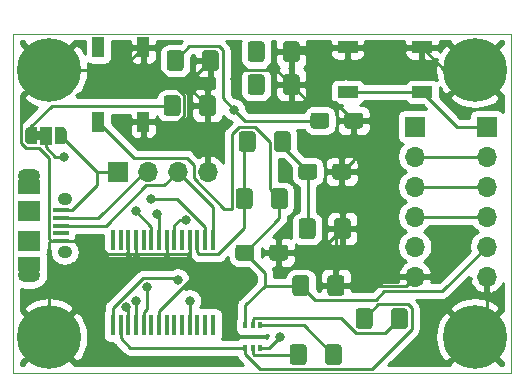
<source format=gbr>
G04 #@! TF.GenerationSoftware,KiCad,Pcbnew,5.1.10-88a1d61d58~88~ubuntu20.04.1*
G04 #@! TF.CreationDate,2021-05-19T21:03:50-06:00*
G04 #@! TF.ProjectId,ESP_Programmer,4553505f-5072-46f6-9772-616d6d65722e,rev?*
G04 #@! TF.SameCoordinates,Original*
G04 #@! TF.FileFunction,Copper,L1,Top*
G04 #@! TF.FilePolarity,Positive*
%FSLAX46Y46*%
G04 Gerber Fmt 4.6, Leading zero omitted, Abs format (unit mm)*
G04 Created by KiCad (PCBNEW 5.1.10-88a1d61d58~88~ubuntu20.04.1) date 2021-05-19 21:03:50*
%MOMM*%
%LPD*%
G01*
G04 APERTURE LIST*
G04 #@! TA.AperFunction,Profile*
%ADD10C,0.050000*%
G04 #@! TD*
G04 #@! TA.AperFunction,EtchedComponent*
%ADD11C,0.200000*%
G04 #@! TD*
G04 #@! TA.AperFunction,SMDPad,CuDef*
%ADD12R,0.450000X1.750000*%
G04 #@! TD*
G04 #@! TA.AperFunction,SMDPad,CuDef*
%ADD13R,1.000001X1.699999*%
G04 #@! TD*
G04 #@! TA.AperFunction,SMDPad,CuDef*
%ADD14R,1.699999X1.000001*%
G04 #@! TD*
G04 #@! TA.AperFunction,SMDPad,CuDef*
%ADD15R,0.420000X0.600000*%
G04 #@! TD*
G04 #@! TA.AperFunction,SMDPad,CuDef*
%ADD16C,0.350000*%
G04 #@! TD*
G04 #@! TA.AperFunction,SMDPad,CuDef*
%ADD17R,1.000000X1.500000*%
G04 #@! TD*
G04 #@! TA.AperFunction,ComponentPad*
%ADD18O,1.700000X1.700000*%
G04 #@! TD*
G04 #@! TA.AperFunction,ComponentPad*
%ADD19R,1.700000X1.700000*%
G04 #@! TD*
G04 #@! TA.AperFunction,ComponentPad*
%ADD20O,1.250000X1.050000*%
G04 #@! TD*
G04 #@! TA.AperFunction,SMDPad,CuDef*
%ADD21R,0.100000X0.500000*%
G04 #@! TD*
G04 #@! TA.AperFunction,SMDPad,CuDef*
%ADD22R,1.900000X1.260000*%
G04 #@! TD*
G04 #@! TA.AperFunction,ComponentPad*
%ADD23O,1.900000X1.200000*%
G04 #@! TD*
G04 #@! TA.AperFunction,SMDPad,CuDef*
%ADD24R,1.900000X1.800000*%
G04 #@! TD*
G04 #@! TA.AperFunction,SMDPad,CuDef*
%ADD25R,1.350000X0.400000*%
G04 #@! TD*
G04 #@! TA.AperFunction,ComponentPad*
%ADD26C,5.400000*%
G04 #@! TD*
G04 #@! TA.AperFunction,ViaPad*
%ADD27C,0.800000*%
G04 #@! TD*
G04 #@! TA.AperFunction,Conductor*
%ADD28C,0.250000*%
G04 #@! TD*
G04 #@! TA.AperFunction,Conductor*
%ADD29C,0.254000*%
G04 #@! TD*
G04 #@! TA.AperFunction,Conductor*
%ADD30C,0.350000*%
G04 #@! TD*
G04 APERTURE END LIST*
D10*
X184658000Y-116840000D02*
X195580000Y-116840000D01*
X184658000Y-88138000D02*
X184658000Y-116840000D01*
X184912000Y-88138000D02*
X184658000Y-88138000D01*
X226822000Y-88138000D02*
X184912000Y-88138000D01*
X226822000Y-116840000D02*
X226822000Y-88138000D01*
X226568000Y-116840000D02*
X226822000Y-116840000D01*
X195580000Y-116840000D02*
X226568000Y-116840000D01*
D11*
G04 #@! TO.C,3or5*
G36*
X186552000Y-96474000D02*
G01*
X187052000Y-96474000D01*
X187052000Y-97074000D01*
X186552000Y-97074000D01*
X186552000Y-96474000D01*
G37*
X186552000Y-96474000D02*
X187052000Y-96474000D01*
X187052000Y-97074000D01*
X186552000Y-97074000D01*
X186552000Y-96474000D01*
G04 #@! TD*
D12*
G04 #@! TO.P,U1,28*
G04 #@! TO.N,Net-(U1-Pad28)*
X193133000Y-105620000D03*
G04 #@! TO.P,U1,27*
G04 #@! TO.N,Net-(U1-Pad27)*
X193783000Y-105620000D03*
G04 #@! TO.P,U1,26*
G04 #@! TO.N,GND*
X194433000Y-105620000D03*
G04 #@! TO.P,U1,25*
X195083000Y-105620000D03*
G04 #@! TO.P,U1,24*
G04 #@! TO.N,Net-(U1-Pad24)*
X195733000Y-105620000D03*
G04 #@! TO.P,U1,23*
G04 #@! TO.N,TXLED*
X196383000Y-105620000D03*
G04 #@! TO.P,U1,22*
G04 #@! TO.N,RXLED*
X197033000Y-105620000D03*
G04 #@! TO.P,U1,21*
G04 #@! TO.N,GND*
X197683000Y-105620000D03*
G04 #@! TO.P,U1,20*
G04 #@! TO.N,+5V*
X198333000Y-105620000D03*
G04 #@! TO.P,U1,19*
G04 #@! TO.N,Net-(U1-Pad19)*
X198983000Y-105620000D03*
G04 #@! TO.P,U1,18*
G04 #@! TO.N,GND*
X199633000Y-105620000D03*
G04 #@! TO.P,U1,17*
G04 #@! TO.N,+3V3*
X200283000Y-105620000D03*
G04 #@! TO.P,U1,16*
G04 #@! TO.N,D-*
X200933000Y-105620000D03*
G04 #@! TO.P,U1,15*
G04 #@! TO.N,D+*
X201583000Y-105620000D03*
G04 #@! TO.P,U1,14*
G04 #@! TO.N,Net-(U1-Pad14)*
X201583000Y-112820000D03*
G04 #@! TO.P,U1,13*
G04 #@! TO.N,Net-(U1-Pad13)*
X200933000Y-112820000D03*
G04 #@! TO.P,U1,12*
G04 #@! TO.N,Net-(U1-Pad12)*
X200283000Y-112820000D03*
G04 #@! TO.P,U1,11*
G04 #@! TO.N,CTS*
X199633000Y-112820000D03*
G04 #@! TO.P,U1,10*
G04 #@! TO.N,Net-(U1-Pad10)*
X198983000Y-112820000D03*
G04 #@! TO.P,U1,9*
G04 #@! TO.N,Net-(U1-Pad9)*
X198333000Y-112820000D03*
G04 #@! TO.P,U1,8*
G04 #@! TO.N,Net-(U1-Pad8)*
X197683000Y-112820000D03*
G04 #@! TO.P,U1,7*
G04 #@! TO.N,GND*
X197033000Y-112820000D03*
G04 #@! TO.P,U1,6*
G04 #@! TO.N,Net-(U1-Pad6)*
X196383000Y-112820000D03*
G04 #@! TO.P,U1,5*
G04 #@! TO.N,RXI*
X195733000Y-112820000D03*
G04 #@! TO.P,U1,4*
G04 #@! TO.N,PWR_IO*
X195083000Y-112820000D03*
G04 #@! TO.P,U1,3*
G04 #@! TO.N,RTS*
X194433000Y-112820000D03*
G04 #@! TO.P,U1,2*
G04 #@! TO.N,DTR*
X193783000Y-112820000D03*
G04 #@! TO.P,U1,1*
G04 #@! TO.N,TXO*
X193133000Y-112820000D03*
G04 #@! TD*
D13*
G04 #@! TO.P,Flash,4*
G04 #@! TO.N,GND*
X195702001Y-95605996D03*
G04 #@! TO.P,Flash,3*
X195702001Y-89305999D03*
G04 #@! TO.P,Flash,2*
G04 #@! TO.N,GPIO0*
X191902004Y-95605996D03*
G04 #@! TO.P,Flash,1*
X191902004Y-89305999D03*
G04 #@! TD*
D14*
G04 #@! TO.P,Reset,4*
G04 #@! TO.N,GND*
X219303996Y-89285999D03*
G04 #@! TO.P,Reset,3*
X213003999Y-89285999D03*
G04 #@! TO.P,Reset,2*
G04 #@! TO.N,RST*
X219303996Y-93085996D03*
G04 #@! TO.P,Reset,1*
X213003999Y-93085996D03*
G04 #@! TD*
G04 #@! TO.P,R4,2*
G04 #@! TO.N,GPIO0*
G04 #@! TA.AperFunction,SMDPad,CuDef*
G36*
G01*
X206515000Y-102733000D02*
X206515000Y-101483000D01*
G75*
G02*
X206765000Y-101233000I250000J0D01*
G01*
X207690000Y-101233000D01*
G75*
G02*
X207940000Y-101483000I0J-250000D01*
G01*
X207940000Y-102733000D01*
G75*
G02*
X207690000Y-102983000I-250000J0D01*
G01*
X206765000Y-102983000D01*
G75*
G02*
X206515000Y-102733000I0J250000D01*
G01*
G37*
G04 #@! TD.AperFunction*
G04 #@! TO.P,R4,1*
G04 #@! TO.N,+3V3*
G04 #@! TA.AperFunction,SMDPad,CuDef*
G36*
G01*
X203540000Y-102733000D02*
X203540000Y-101483000D01*
G75*
G02*
X203790000Y-101233000I250000J0D01*
G01*
X204715000Y-101233000D01*
G75*
G02*
X204965000Y-101483000I0J-250000D01*
G01*
X204965000Y-102733000D01*
G75*
G02*
X204715000Y-102983000I-250000J0D01*
G01*
X203790000Y-102983000D01*
G75*
G02*
X203540000Y-102733000I0J250000D01*
G01*
G37*
G04 #@! TD.AperFunction*
G04 #@! TD*
G04 #@! TO.P,R3,2*
G04 #@! TO.N,RST*
G04 #@! TA.AperFunction,SMDPad,CuDef*
G36*
G01*
X206769000Y-97907000D02*
X206769000Y-96657000D01*
G75*
G02*
X207019000Y-96407000I250000J0D01*
G01*
X207944000Y-96407000D01*
G75*
G02*
X208194000Y-96657000I0J-250000D01*
G01*
X208194000Y-97907000D01*
G75*
G02*
X207944000Y-98157000I-250000J0D01*
G01*
X207019000Y-98157000D01*
G75*
G02*
X206769000Y-97907000I0J250000D01*
G01*
G37*
G04 #@! TD.AperFunction*
G04 #@! TO.P,R3,1*
G04 #@! TO.N,+3V3*
G04 #@! TA.AperFunction,SMDPad,CuDef*
G36*
G01*
X203794000Y-97907000D02*
X203794000Y-96657000D01*
G75*
G02*
X204044000Y-96407000I250000J0D01*
G01*
X204969000Y-96407000D01*
G75*
G02*
X205219000Y-96657000I0J-250000D01*
G01*
X205219000Y-97907000D01*
G75*
G02*
X204969000Y-98157000I-250000J0D01*
G01*
X204044000Y-98157000D01*
G75*
G02*
X203794000Y-97907000I0J250000D01*
G01*
G37*
G04 #@! TD.AperFunction*
G04 #@! TD*
G04 #@! TO.P,R2,2*
G04 #@! TO.N,DTR*
G04 #@! TA.AperFunction,SMDPad,CuDef*
G36*
G01*
X215125000Y-111643000D02*
X215125000Y-112893000D01*
G75*
G02*
X214875000Y-113143000I-250000J0D01*
G01*
X213950000Y-113143000D01*
G75*
G02*
X213700000Y-112893000I0J250000D01*
G01*
X213700000Y-111643000D01*
G75*
G02*
X213950000Y-111393000I250000J0D01*
G01*
X214875000Y-111393000D01*
G75*
G02*
X215125000Y-111643000I0J-250000D01*
G01*
G37*
G04 #@! TD.AperFunction*
G04 #@! TO.P,R2,1*
G04 #@! TO.N,Net-(Q1-Pad5)*
G04 #@! TA.AperFunction,SMDPad,CuDef*
G36*
G01*
X218100000Y-111643000D02*
X218100000Y-112893000D01*
G75*
G02*
X217850000Y-113143000I-250000J0D01*
G01*
X216925000Y-113143000D01*
G75*
G02*
X216675000Y-112893000I0J250000D01*
G01*
X216675000Y-111643000D01*
G75*
G02*
X216925000Y-111393000I250000J0D01*
G01*
X217850000Y-111393000D01*
G75*
G02*
X218100000Y-111643000I0J-250000D01*
G01*
G37*
G04 #@! TD.AperFunction*
G04 #@! TD*
G04 #@! TO.P,R1,2*
G04 #@! TO.N,Net-(Q1-Pad2)*
G04 #@! TA.AperFunction,SMDPad,CuDef*
G36*
G01*
X209537000Y-114691000D02*
X209537000Y-115941000D01*
G75*
G02*
X209287000Y-116191000I-250000J0D01*
G01*
X208362000Y-116191000D01*
G75*
G02*
X208112000Y-115941000I0J250000D01*
G01*
X208112000Y-114691000D01*
G75*
G02*
X208362000Y-114441000I250000J0D01*
G01*
X209287000Y-114441000D01*
G75*
G02*
X209537000Y-114691000I0J-250000D01*
G01*
G37*
G04 #@! TD.AperFunction*
G04 #@! TO.P,R1,1*
G04 #@! TO.N,RTS*
G04 #@! TA.AperFunction,SMDPad,CuDef*
G36*
G01*
X212512000Y-114691000D02*
X212512000Y-115941000D01*
G75*
G02*
X212262000Y-116191000I-250000J0D01*
G01*
X211337000Y-116191000D01*
G75*
G02*
X211087000Y-115941000I0J250000D01*
G01*
X211087000Y-114691000D01*
G75*
G02*
X211337000Y-114441000I250000J0D01*
G01*
X212262000Y-114441000D01*
G75*
G02*
X212512000Y-114691000I0J-250000D01*
G01*
G37*
G04 #@! TD.AperFunction*
G04 #@! TD*
D15*
G04 #@! TO.P,Q1,3*
G04 #@! TO.N,RST*
X205628000Y-114742000D03*
G04 #@! TO.P,Q1,2*
G04 #@! TO.N,Net-(Q1-Pad2)*
X204978000Y-114742000D03*
G04 #@! TO.P,Q1,1*
G04 #@! TO.N,DTR*
X204328000Y-114742000D03*
G04 #@! TO.P,Q1,4*
G04 #@! TO.N,RTS*
X205628000Y-112842000D03*
G04 #@! TO.P,Q1,5*
G04 #@! TO.N,Net-(Q1-Pad5)*
X204978000Y-112842000D03*
G04 #@! TO.P,Q1,6*
G04 #@! TO.N,GPIO0*
X204328000Y-112842000D03*
G04 #@! TD*
G04 #@! TA.AperFunction,SMDPad,CuDef*
D16*
G04 #@! TO.P,3or5,1*
G04 #@! TO.N,+3V3*
G36*
X186702000Y-97524000D02*
G01*
X186152000Y-97524000D01*
X186152000Y-97523398D01*
X186127466Y-97523398D01*
X186078635Y-97518588D01*
X186030510Y-97509016D01*
X185983555Y-97494772D01*
X185938222Y-97475995D01*
X185894949Y-97452864D01*
X185854150Y-97425604D01*
X185816221Y-97394476D01*
X185781524Y-97359779D01*
X185750396Y-97321850D01*
X185723136Y-97281051D01*
X185700005Y-97237778D01*
X185681228Y-97192445D01*
X185666984Y-97145490D01*
X185657412Y-97097365D01*
X185652602Y-97048534D01*
X185652602Y-97024000D01*
X185652000Y-97024000D01*
X185652000Y-96524000D01*
X185652602Y-96524000D01*
X185652602Y-96499466D01*
X185657412Y-96450635D01*
X185666984Y-96402510D01*
X185681228Y-96355555D01*
X185700005Y-96310222D01*
X185723136Y-96266949D01*
X185750396Y-96226150D01*
X185781524Y-96188221D01*
X185816221Y-96153524D01*
X185854150Y-96122396D01*
X185894949Y-96095136D01*
X185938222Y-96072005D01*
X185983555Y-96053228D01*
X186030510Y-96038984D01*
X186078635Y-96029412D01*
X186127466Y-96024602D01*
X186152000Y-96024602D01*
X186152000Y-96024000D01*
X186702000Y-96024000D01*
X186702000Y-97524000D01*
G37*
G04 #@! TD.AperFunction*
D17*
G04 #@! TO.P,3or5,2*
G04 #@! TO.N,PWR_IO*
X187452000Y-96774000D03*
G04 #@! TA.AperFunction,SMDPad,CuDef*
D16*
G04 #@! TO.P,3or5,3*
G04 #@! TO.N,+5V*
G36*
X188752000Y-96024602D02*
G01*
X188776534Y-96024602D01*
X188825365Y-96029412D01*
X188873490Y-96038984D01*
X188920445Y-96053228D01*
X188965778Y-96072005D01*
X189009051Y-96095136D01*
X189049850Y-96122396D01*
X189087779Y-96153524D01*
X189122476Y-96188221D01*
X189153604Y-96226150D01*
X189180864Y-96266949D01*
X189203995Y-96310222D01*
X189222772Y-96355555D01*
X189237016Y-96402510D01*
X189246588Y-96450635D01*
X189251398Y-96499466D01*
X189251398Y-96524000D01*
X189252000Y-96524000D01*
X189252000Y-97024000D01*
X189251398Y-97024000D01*
X189251398Y-97048534D01*
X189246588Y-97097365D01*
X189237016Y-97145490D01*
X189222772Y-97192445D01*
X189203995Y-97237778D01*
X189180864Y-97281051D01*
X189153604Y-97321850D01*
X189122476Y-97359779D01*
X189087779Y-97394476D01*
X189049850Y-97425604D01*
X189009051Y-97452864D01*
X188965778Y-97475995D01*
X188920445Y-97494772D01*
X188873490Y-97509016D01*
X188825365Y-97518588D01*
X188776534Y-97523398D01*
X188752000Y-97523398D01*
X188752000Y-97524000D01*
X188202000Y-97524000D01*
X188202000Y-96024000D01*
X188752000Y-96024000D01*
X188752000Y-96024602D01*
G37*
G04 #@! TD.AperFunction*
G04 #@! TD*
D18*
G04 #@! TO.P,J4,6*
G04 #@! TO.N,GND*
X224790000Y-108712000D03*
G04 #@! TO.P,J4,5*
G04 #@! TO.N,GPIO0*
X224790000Y-106172000D03*
G04 #@! TO.P,J4,4*
G04 #@! TO.N,PWR_IO*
X224790000Y-103632000D03*
G04 #@! TO.P,J4,3*
G04 #@! TO.N,TXO*
X224790000Y-101092000D03*
G04 #@! TO.P,J4,2*
G04 #@! TO.N,RXI*
X224790000Y-98552000D03*
D19*
G04 #@! TO.P,J4,1*
G04 #@! TO.N,RST*
X224790000Y-96012000D03*
G04 #@! TD*
D18*
G04 #@! TO.P,J3,6*
G04 #@! TO.N,GND*
X218694000Y-108712000D03*
G04 #@! TO.P,J3,5*
G04 #@! TO.N,CTS*
X218694000Y-106172000D03*
G04 #@! TO.P,J3,4*
G04 #@! TO.N,PWR_IO*
X218694000Y-103632000D03*
G04 #@! TO.P,J3,3*
G04 #@! TO.N,TXO*
X218694000Y-101092000D03*
G04 #@! TO.P,J3,2*
G04 #@! TO.N,RXI*
X218694000Y-98552000D03*
D19*
G04 #@! TO.P,J3,1*
G04 #@! TO.N,DTR*
X218694000Y-96012000D03*
G04 #@! TD*
D18*
G04 #@! TO.P,J2,4*
G04 #@! TO.N,GND*
X201168000Y-99822000D03*
G04 #@! TO.P,J2,3*
G04 #@! TO.N,D+*
X198628000Y-99822000D03*
G04 #@! TO.P,J2,2*
G04 #@! TO.N,D-*
X196088000Y-99822000D03*
D19*
G04 #@! TO.P,J2,1*
G04 #@! TO.N,+5V*
X193548000Y-99822000D03*
G04 #@! TD*
D20*
G04 #@! TO.P,J1,SH*
G04 #@! TO.N,N/C*
X189047000Y-106619000D03*
D21*
X186947000Y-108284000D03*
D22*
X186047000Y-107634000D03*
D23*
X186047000Y-108569000D03*
D24*
X186047000Y-103119000D03*
D25*
G04 #@! TO.P,J1,5*
G04 #@! TO.N,GND*
X188722000Y-105694000D03*
G04 #@! TO.P,J1,4*
G04 #@! TO.N,Net-(J1-Pad4)*
X188722000Y-105044000D03*
G04 #@! TO.P,J1,3*
G04 #@! TO.N,D+*
X188722000Y-104394000D03*
G04 #@! TO.P,J1,2*
G04 #@! TO.N,D-*
X188722000Y-103744000D03*
G04 #@! TO.P,J1,1*
G04 #@! TO.N,+5V*
X188722000Y-103094000D03*
D24*
G04 #@! TO.P,J1,SH*
G04 #@! TO.N,N/C*
X186047000Y-105669000D03*
D21*
X185147000Y-108294000D03*
D22*
X186047000Y-101154000D03*
D23*
X186047000Y-100219000D03*
D21*
X186947000Y-100504000D03*
X185147000Y-100504000D03*
D20*
X189047000Y-102169000D03*
G04 #@! TD*
D26*
G04 #@! TO.P,H4,1*
G04 #@! TO.N,GND*
X187706000Y-113792000D03*
G04 #@! TD*
G04 #@! TO.P,H3,1*
G04 #@! TO.N,GND*
X223774000Y-113792000D03*
G04 #@! TD*
G04 #@! TO.P,H2,1*
G04 #@! TO.N,GND*
X187706000Y-91186000D03*
G04 #@! TD*
G04 #@! TO.P,H1,1*
G04 #@! TO.N,GND*
X223774000Y-91186000D03*
G04 #@! TD*
G04 #@! TO.P,TX,2*
G04 #@! TO.N,TXLED*
G04 #@! TA.AperFunction,SMDPad,CuDef*
G36*
G01*
X205981000Y-89037000D02*
X205981000Y-90287000D01*
G75*
G02*
X205731000Y-90537000I-250000J0D01*
G01*
X204806000Y-90537000D01*
G75*
G02*
X204556000Y-90287000I0J250000D01*
G01*
X204556000Y-89037000D01*
G75*
G02*
X204806000Y-88787000I250000J0D01*
G01*
X205731000Y-88787000D01*
G75*
G02*
X205981000Y-89037000I0J-250000D01*
G01*
G37*
G04 #@! TD.AperFunction*
G04 #@! TO.P,TX,1*
G04 #@! TO.N,GND*
G04 #@! TA.AperFunction,SMDPad,CuDef*
G36*
G01*
X208956000Y-89037000D02*
X208956000Y-90287000D01*
G75*
G02*
X208706000Y-90537000I-250000J0D01*
G01*
X207781000Y-90537000D01*
G75*
G02*
X207531000Y-90287000I0J250000D01*
G01*
X207531000Y-89037000D01*
G75*
G02*
X207781000Y-88787000I250000J0D01*
G01*
X208706000Y-88787000D01*
G75*
G02*
X208956000Y-89037000I0J-250000D01*
G01*
G37*
G04 #@! TD.AperFunction*
G04 #@! TD*
G04 #@! TO.P,RX,2*
G04 #@! TO.N,RXLED*
G04 #@! TA.AperFunction,SMDPad,CuDef*
G36*
G01*
X205981000Y-91831000D02*
X205981000Y-93081000D01*
G75*
G02*
X205731000Y-93331000I-250000J0D01*
G01*
X204806000Y-93331000D01*
G75*
G02*
X204556000Y-93081000I0J250000D01*
G01*
X204556000Y-91831000D01*
G75*
G02*
X204806000Y-91581000I250000J0D01*
G01*
X205731000Y-91581000D01*
G75*
G02*
X205981000Y-91831000I0J-250000D01*
G01*
G37*
G04 #@! TD.AperFunction*
G04 #@! TO.P,RX,1*
G04 #@! TO.N,GND*
G04 #@! TA.AperFunction,SMDPad,CuDef*
G36*
G01*
X208956000Y-91831000D02*
X208956000Y-93081000D01*
G75*
G02*
X208706000Y-93331000I-250000J0D01*
G01*
X207781000Y-93331000D01*
G75*
G02*
X207531000Y-93081000I0J250000D01*
G01*
X207531000Y-91831000D01*
G75*
G02*
X207781000Y-91581000I250000J0D01*
G01*
X208706000Y-91581000D01*
G75*
G02*
X208956000Y-91831000I0J-250000D01*
G01*
G37*
G04 #@! TD.AperFunction*
G04 #@! TD*
G04 #@! TO.P,C7,2*
G04 #@! TO.N,GND*
G04 #@! TA.AperFunction,SMDPad,CuDef*
G36*
G01*
X211304500Y-110099000D02*
X211304500Y-108849000D01*
G75*
G02*
X211554500Y-108599000I250000J0D01*
G01*
X212479500Y-108599000D01*
G75*
G02*
X212729500Y-108849000I0J-250000D01*
G01*
X212729500Y-110099000D01*
G75*
G02*
X212479500Y-110349000I-250000J0D01*
G01*
X211554500Y-110349000D01*
G75*
G02*
X211304500Y-110099000I0J250000D01*
G01*
G37*
G04 #@! TD.AperFunction*
G04 #@! TO.P,C7,1*
G04 #@! TO.N,GPIO0*
G04 #@! TA.AperFunction,SMDPad,CuDef*
G36*
G01*
X208329500Y-110099000D02*
X208329500Y-108849000D01*
G75*
G02*
X208579500Y-108599000I250000J0D01*
G01*
X209504500Y-108599000D01*
G75*
G02*
X209754500Y-108849000I0J-250000D01*
G01*
X209754500Y-110099000D01*
G75*
G02*
X209504500Y-110349000I-250000J0D01*
G01*
X208579500Y-110349000D01*
G75*
G02*
X208329500Y-110099000I0J250000D01*
G01*
G37*
G04 #@! TD.AperFunction*
G04 #@! TD*
G04 #@! TO.P,C6,2*
G04 #@! TO.N,GND*
G04 #@! TA.AperFunction,SMDPad,CuDef*
G36*
G01*
X206390000Y-107105001D02*
X206390000Y-106254999D01*
G75*
G02*
X206639999Y-106005000I249999J0D01*
G01*
X207715001Y-106005000D01*
G75*
G02*
X207965000Y-106254999I0J-249999D01*
G01*
X207965000Y-107105001D01*
G75*
G02*
X207715001Y-107355000I-249999J0D01*
G01*
X206639999Y-107355000D01*
G75*
G02*
X206390000Y-107105001I0J249999D01*
G01*
G37*
G04 #@! TD.AperFunction*
G04 #@! TO.P,C6,1*
G04 #@! TO.N,GPIO0*
G04 #@! TA.AperFunction,SMDPad,CuDef*
G36*
G01*
X203515000Y-107105001D02*
X203515000Y-106254999D01*
G75*
G02*
X203764999Y-106005000I249999J0D01*
G01*
X204840001Y-106005000D01*
G75*
G02*
X205090000Y-106254999I0J-249999D01*
G01*
X205090000Y-107105001D01*
G75*
G02*
X204840001Y-107355000I-249999J0D01*
G01*
X203764999Y-107355000D01*
G75*
G02*
X203515000Y-107105001I0J249999D01*
G01*
G37*
G04 #@! TD.AperFunction*
G04 #@! TD*
G04 #@! TO.P,C5,2*
G04 #@! TO.N,GND*
G04 #@! TA.AperFunction,SMDPad,CuDef*
G36*
G01*
X211849000Y-105273000D02*
X211849000Y-104023000D01*
G75*
G02*
X212099000Y-103773000I250000J0D01*
G01*
X213024000Y-103773000D01*
G75*
G02*
X213274000Y-104023000I0J-250000D01*
G01*
X213274000Y-105273000D01*
G75*
G02*
X213024000Y-105523000I-250000J0D01*
G01*
X212099000Y-105523000D01*
G75*
G02*
X211849000Y-105273000I0J250000D01*
G01*
G37*
G04 #@! TD.AperFunction*
G04 #@! TO.P,C5,1*
G04 #@! TO.N,RST*
G04 #@! TA.AperFunction,SMDPad,CuDef*
G36*
G01*
X208874000Y-105273000D02*
X208874000Y-104023000D01*
G75*
G02*
X209124000Y-103773000I250000J0D01*
G01*
X210049000Y-103773000D01*
G75*
G02*
X210299000Y-104023000I0J-250000D01*
G01*
X210299000Y-105273000D01*
G75*
G02*
X210049000Y-105523000I-250000J0D01*
G01*
X209124000Y-105523000D01*
G75*
G02*
X208874000Y-105273000I0J250000D01*
G01*
G37*
G04 #@! TD.AperFunction*
G04 #@! TD*
G04 #@! TO.P,C4,2*
G04 #@! TO.N,GND*
G04 #@! TA.AperFunction,SMDPad,CuDef*
G36*
G01*
X211724000Y-100247001D02*
X211724000Y-99396999D01*
G75*
G02*
X211973999Y-99147000I249999J0D01*
G01*
X213049001Y-99147000D01*
G75*
G02*
X213299000Y-99396999I0J-249999D01*
G01*
X213299000Y-100247001D01*
G75*
G02*
X213049001Y-100497000I-249999J0D01*
G01*
X211973999Y-100497000D01*
G75*
G02*
X211724000Y-100247001I0J249999D01*
G01*
G37*
G04 #@! TD.AperFunction*
G04 #@! TO.P,C4,1*
G04 #@! TO.N,RST*
G04 #@! TA.AperFunction,SMDPad,CuDef*
G36*
G01*
X208849000Y-100247001D02*
X208849000Y-99396999D01*
G75*
G02*
X209098999Y-99147000I249999J0D01*
G01*
X210174001Y-99147000D01*
G75*
G02*
X210424000Y-99396999I0J-249999D01*
G01*
X210424000Y-100247001D01*
G75*
G02*
X210174001Y-100497000I-249999J0D01*
G01*
X209098999Y-100497000D01*
G75*
G02*
X208849000Y-100247001I0J249999D01*
G01*
G37*
G04 #@! TD.AperFunction*
G04 #@! TD*
G04 #@! TO.P,C3,2*
G04 #@! TO.N,GND*
G04 #@! TA.AperFunction,SMDPad,CuDef*
G36*
G01*
X200419000Y-94859000D02*
X200419000Y-93609000D01*
G75*
G02*
X200669000Y-93359000I250000J0D01*
G01*
X201594000Y-93359000D01*
G75*
G02*
X201844000Y-93609000I0J-250000D01*
G01*
X201844000Y-94859000D01*
G75*
G02*
X201594000Y-95109000I-250000J0D01*
G01*
X200669000Y-95109000D01*
G75*
G02*
X200419000Y-94859000I0J250000D01*
G01*
G37*
G04 #@! TD.AperFunction*
G04 #@! TO.P,C3,1*
G04 #@! TO.N,+3V3*
G04 #@! TA.AperFunction,SMDPad,CuDef*
G36*
G01*
X197444000Y-94859000D02*
X197444000Y-93609000D01*
G75*
G02*
X197694000Y-93359000I250000J0D01*
G01*
X198619000Y-93359000D01*
G75*
G02*
X198869000Y-93609000I0J-250000D01*
G01*
X198869000Y-94859000D01*
G75*
G02*
X198619000Y-95109000I-250000J0D01*
G01*
X197694000Y-95109000D01*
G75*
G02*
X197444000Y-94859000I0J250000D01*
G01*
G37*
G04 #@! TD.AperFunction*
G04 #@! TD*
G04 #@! TO.P,C2,2*
G04 #@! TO.N,+5V*
G04 #@! TA.AperFunction,SMDPad,CuDef*
G36*
G01*
X199123000Y-89799000D02*
X199123000Y-91049000D01*
G75*
G02*
X198873000Y-91299000I-250000J0D01*
G01*
X197948000Y-91299000D01*
G75*
G02*
X197698000Y-91049000I0J250000D01*
G01*
X197698000Y-89799000D01*
G75*
G02*
X197948000Y-89549000I250000J0D01*
G01*
X198873000Y-89549000D01*
G75*
G02*
X199123000Y-89799000I0J-250000D01*
G01*
G37*
G04 #@! TD.AperFunction*
G04 #@! TO.P,C2,1*
G04 #@! TO.N,GND*
G04 #@! TA.AperFunction,SMDPad,CuDef*
G36*
G01*
X202098000Y-89799000D02*
X202098000Y-91049000D01*
G75*
G02*
X201848000Y-91299000I-250000J0D01*
G01*
X200923000Y-91299000D01*
G75*
G02*
X200673000Y-91049000I0J250000D01*
G01*
X200673000Y-89799000D01*
G75*
G02*
X200923000Y-89549000I250000J0D01*
G01*
X201848000Y-89549000D01*
G75*
G02*
X202098000Y-89799000I0J-250000D01*
G01*
G37*
G04 #@! TD.AperFunction*
G04 #@! TD*
G04 #@! TO.P,C1,2*
G04 #@! TO.N,GND*
G04 #@! TA.AperFunction,SMDPad,CuDef*
G36*
G01*
X212740000Y-95929001D02*
X212740000Y-95078999D01*
G75*
G02*
X212989999Y-94829000I249999J0D01*
G01*
X214065001Y-94829000D01*
G75*
G02*
X214315000Y-95078999I0J-249999D01*
G01*
X214315000Y-95929001D01*
G75*
G02*
X214065001Y-96179000I-249999J0D01*
G01*
X212989999Y-96179000D01*
G75*
G02*
X212740000Y-95929001I0J249999D01*
G01*
G37*
G04 #@! TD.AperFunction*
G04 #@! TO.P,C1,1*
G04 #@! TO.N,+5V*
G04 #@! TA.AperFunction,SMDPad,CuDef*
G36*
G01*
X209865000Y-95929001D02*
X209865000Y-95078999D01*
G75*
G02*
X210114999Y-94829000I249999J0D01*
G01*
X211190001Y-94829000D01*
G75*
G02*
X211440000Y-95078999I0J-249999D01*
G01*
X211440000Y-95929001D01*
G75*
G02*
X211190001Y-96179000I-249999J0D01*
G01*
X210114999Y-96179000D01*
G75*
G02*
X209865000Y-95929001I0J249999D01*
G01*
G37*
G04 #@! TD.AperFunction*
G04 #@! TD*
D27*
G04 #@! TO.N,GND*
X203454000Y-91948000D03*
X201535902Y-90574402D03*
G04 #@! TO.N,+5V*
X199344347Y-103931653D03*
X203370095Y-94571905D03*
G04 #@! TO.N,+3V3*
X198156500Y-94234000D03*
X204506500Y-97282000D03*
G04 #@! TO.N,RST*
X207264000Y-113792000D03*
X209586500Y-104648000D03*
X212852000Y-92964000D03*
X207481500Y-97282000D03*
G04 #@! TO.N,GPIO0*
X191770000Y-89408000D03*
X191902004Y-95605996D03*
G04 #@! TO.N,RXLED*
X205232000Y-92456000D03*
X196850000Y-103378000D03*
G04 #@! TO.N,TXLED*
X195072000Y-103124000D03*
X205268500Y-89662000D03*
G04 #@! TO.N,D-*
X196342000Y-102108000D03*
G04 #@! TO.N,CTS*
X199644000Y-110744000D03*
G04 #@! TO.N,PWR_IO*
X188976000Y-98552000D03*
X195072000Y-110744000D03*
G04 #@! TO.N,TXO*
X198628000Y-108966000D03*
G04 #@! TO.N,RXI*
X195994154Y-109567846D03*
G04 #@! TO.N,DTR*
X214412500Y-112268000D03*
G04 #@! TO.N,RTS*
X194239949Y-111298701D03*
X211799500Y-115316000D03*
G04 #@! TD*
D28*
G04 #@! TO.N,GND*
X193822000Y-91186000D02*
X195702001Y-89305999D01*
X187706000Y-91186000D02*
X193822000Y-91186000D01*
X198685194Y-95605996D02*
X195702001Y-95605996D01*
X199194010Y-95097180D02*
X198685194Y-95605996D01*
X199194010Y-93370820D02*
X199194010Y-95097180D01*
X193822000Y-91186000D02*
X197009190Y-91186000D01*
X198326595Y-92503405D02*
X199306095Y-92503405D01*
X199306095Y-92503405D02*
X201385500Y-90424000D01*
X197009190Y-91186000D02*
X198326595Y-92503405D01*
X198326595Y-92503405D02*
X199194010Y-93370820D01*
X199400905Y-92503405D02*
X201131500Y-94234000D01*
X199306095Y-92503405D02*
X199400905Y-92503405D01*
X194433000Y-106655002D02*
X194433000Y-105620000D01*
X194268001Y-106820001D02*
X194433000Y-106655002D01*
X195083000Y-106745000D02*
X195083000Y-105620000D01*
X195007999Y-106820001D02*
X195083000Y-106745000D01*
X194268001Y-106820001D02*
X195007999Y-106820001D01*
X197683000Y-106745000D02*
X197683000Y-105620000D01*
X197607999Y-106820001D02*
X197683000Y-106745000D01*
X195007999Y-106820001D02*
X197607999Y-106820001D01*
X199633000Y-106655002D02*
X199633000Y-105620000D01*
X199468001Y-106820001D02*
X199633000Y-106655002D01*
X197607999Y-106820001D02*
X199468001Y-106820001D01*
X217932000Y-109474000D02*
X218694000Y-108712000D01*
X212017000Y-109474000D02*
X217932000Y-109474000D01*
X224790000Y-113030000D02*
X224282000Y-113538000D01*
X224790000Y-108712000D02*
X224790000Y-113030000D01*
X212017000Y-105192500D02*
X212561500Y-104648000D01*
X212017000Y-109474000D02*
X212017000Y-105192500D01*
X221203997Y-91186000D02*
X219303996Y-89285999D01*
X223774000Y-91186000D02*
X221203997Y-91186000D01*
X219303996Y-89285999D02*
X213003999Y-89285999D01*
X208619501Y-89285999D02*
X208243500Y-89662000D01*
X213003999Y-89285999D02*
X208619501Y-89285999D01*
X208243500Y-89662000D02*
X208243500Y-92456000D01*
X211934498Y-93910998D02*
X213527500Y-95504000D01*
X209698498Y-93910998D02*
X211934498Y-93910998D01*
X208243500Y-92456000D02*
X209698498Y-93910998D01*
X213527500Y-98806000D02*
X212511500Y-99822000D01*
X213527500Y-95504000D02*
X213527500Y-98806000D01*
X212511500Y-104598000D02*
X212561500Y-104648000D01*
X212511500Y-99822000D02*
X212511500Y-104598000D01*
X201168000Y-98088802D02*
X198685194Y-95605996D01*
X201168000Y-99822000D02*
X201168000Y-98088802D01*
X199633000Y-109034002D02*
X199633000Y-106655002D01*
X197033000Y-111634002D02*
X199633000Y-109034002D01*
X197033000Y-112820000D02*
X197033000Y-111634002D01*
X210529500Y-106680000D02*
X212561500Y-104648000D01*
X207177500Y-106680000D02*
X210529500Y-106680000D01*
X187797000Y-105694000D02*
X188722000Y-105694000D01*
X187706000Y-105785000D02*
X187797000Y-105694000D01*
X187706000Y-113792000D02*
X187706000Y-105785000D01*
X192647999Y-106820001D02*
X194268001Y-106820001D01*
X191521998Y-105694000D02*
X192647999Y-106820001D01*
X188722000Y-105694000D02*
X191521998Y-105694000D01*
X185813663Y-97849001D02*
X185326990Y-97362328D01*
X186890591Y-97849001D02*
X185813663Y-97849001D01*
X187706000Y-98664410D02*
X186890591Y-97849001D01*
X185326990Y-97362328D02*
X185326990Y-93565010D01*
X187706000Y-105488002D02*
X187706000Y-98664410D01*
X187911998Y-105694000D02*
X187706000Y-105488002D01*
X185326990Y-93565010D02*
X187706000Y-91186000D01*
X188722000Y-105694000D02*
X187911998Y-105694000D01*
X207043490Y-91255990D02*
X204146010Y-91255990D01*
X204146010Y-91255990D02*
X203454000Y-91948000D01*
X208243500Y-92456000D02*
X207043490Y-91255990D01*
G04 #@! TO.N,+5V*
X191800000Y-99822000D02*
X188752000Y-96774000D01*
X193548000Y-99822000D02*
X191800000Y-99822000D01*
X198333000Y-104377315D02*
X198333000Y-105620000D01*
X198778662Y-103931653D02*
X198333000Y-104377315D01*
X199344347Y-103931653D02*
X198778662Y-103931653D01*
X202086180Y-89223990D02*
X199610510Y-89223990D01*
X202423010Y-89560820D02*
X202086180Y-89223990D01*
X202423010Y-93624820D02*
X202423010Y-89560820D01*
X199610510Y-89223990D02*
X198410500Y-90424000D01*
X210652500Y-95504000D02*
X204302190Y-95504000D01*
X203370095Y-94571905D02*
X202423010Y-93624820D01*
X204302190Y-95504000D02*
X203370095Y-94571905D01*
X191800000Y-100941000D02*
X191800000Y-99822000D01*
X189647000Y-103094000D02*
X191800000Y-100941000D01*
X188722000Y-103094000D02*
X189647000Y-103094000D01*
G04 #@! TO.N,+3V3*
X187944408Y-94234000D02*
X198156500Y-94234000D01*
X186152000Y-96026408D02*
X187944408Y-94234000D01*
X186152000Y-96774000D02*
X186152000Y-96026408D01*
X202068001Y-106820001D02*
X204252500Y-104635502D01*
X200447999Y-106820001D02*
X202068001Y-106820001D01*
X204252500Y-104635502D02*
X204252500Y-102108000D01*
X200283000Y-106655002D02*
X200447999Y-106820001D01*
X200283000Y-105620000D02*
X200283000Y-106655002D01*
X204252500Y-97536000D02*
X204506500Y-97282000D01*
X204252500Y-102108000D02*
X204252500Y-97536000D01*
G04 #@! TO.N,RST*
X206314000Y-114742000D02*
X207264000Y-113792000D01*
X205628000Y-114742000D02*
X206314000Y-114742000D01*
X222230000Y-96012000D02*
X219303996Y-93085996D01*
X224790000Y-96012000D02*
X222230000Y-96012000D01*
X219303996Y-93085996D02*
X213003999Y-93085996D01*
X212973996Y-93085996D02*
X212852000Y-92964000D01*
X213003999Y-93085996D02*
X212973996Y-93085996D01*
X207481500Y-97667000D02*
X209636500Y-99822000D01*
X207481500Y-97282000D02*
X207481500Y-97667000D01*
X209636500Y-104598000D02*
X209586500Y-104648000D01*
X209636500Y-99822000D02*
X209636500Y-104598000D01*
G04 #@! TO.N,GPIO0*
X191872001Y-89305999D02*
X191770000Y-89408000D01*
X191902004Y-89305999D02*
X191872001Y-89305999D01*
X209042000Y-109474000D02*
X205994000Y-109474000D01*
X204328000Y-111140000D02*
X204328000Y-112842000D01*
X205994000Y-109474000D02*
X204328000Y-111140000D01*
X205994000Y-108371500D02*
X204302500Y-106680000D01*
X205994000Y-109474000D02*
X205994000Y-108371500D01*
X206443990Y-101324490D02*
X207227500Y-102108000D01*
X205207180Y-96081990D02*
X206443990Y-97318800D01*
X203805820Y-96081990D02*
X205207180Y-96081990D01*
X206443990Y-97318800D02*
X206443990Y-101324490D01*
X203214990Y-96672820D02*
X203805820Y-96081990D01*
X202578178Y-102971180D02*
X203214990Y-102971180D01*
X199992999Y-100386001D02*
X202578178Y-102971180D01*
X199992999Y-99257999D02*
X199992999Y-100386001D01*
X199381999Y-98646999D02*
X199992999Y-99257999D01*
X194943007Y-98646999D02*
X199381999Y-98646999D01*
X203214990Y-102971180D02*
X203214990Y-96672820D01*
X191902004Y-95605996D02*
X194943007Y-98646999D01*
X207227500Y-103755000D02*
X204302500Y-106680000D01*
X207227500Y-102108000D02*
X207227500Y-103755000D01*
X221037990Y-109924010D02*
X224790000Y-106172000D01*
X215370080Y-110674010D02*
X216120080Y-109924010D01*
X210242010Y-110674010D02*
X215370080Y-110674010D01*
X216120080Y-109924010D02*
X221037990Y-109924010D01*
X209042000Y-109474000D02*
X210242010Y-110674010D01*
G04 #@! TO.N,RXLED*
X205268500Y-92456000D02*
X205232000Y-92456000D01*
X197033000Y-103561000D02*
X197033000Y-105620000D01*
X196850000Y-103378000D02*
X197033000Y-103561000D01*
G04 #@! TO.N,TXLED*
X195072000Y-103184000D02*
X195072000Y-103124000D01*
X196383000Y-104495000D02*
X195072000Y-103184000D01*
X196383000Y-105620000D02*
X196383000Y-104495000D01*
G04 #@! TO.N,D+*
X201583000Y-102777000D02*
X198628000Y-99822000D01*
X201583000Y-105620000D02*
X201583000Y-102777000D01*
X195928999Y-100997001D02*
X197452999Y-100997001D01*
X192532000Y-104394000D02*
X195928999Y-100997001D01*
X197452999Y-100997001D02*
X198628000Y-99822000D01*
X188722000Y-104394000D02*
X192532000Y-104394000D01*
G04 #@! TO.N,D-*
X198546000Y-102108000D02*
X196342000Y-102108000D01*
X200933000Y-104495000D02*
X198546000Y-102108000D01*
X200933000Y-105620000D02*
X200933000Y-104495000D01*
X195833002Y-99822000D02*
X196088000Y-99822000D01*
X191911002Y-103744000D02*
X195833002Y-99822000D01*
X188722000Y-103744000D02*
X191911002Y-103744000D01*
G04 #@! TO.N,CTS*
X199633000Y-110755000D02*
X199644000Y-110744000D01*
X199633000Y-112820000D02*
X199633000Y-110755000D01*
G04 #@! TO.N,PWR_IO*
X188230000Y-98552000D02*
X188976000Y-98552000D01*
X187452000Y-97774000D02*
X188230000Y-98552000D01*
X187452000Y-96774000D02*
X187452000Y-97774000D01*
X195072000Y-112809000D02*
X195083000Y-112820000D01*
X195072000Y-110744000D02*
X195072000Y-112809000D01*
X218694000Y-103632000D02*
X224790000Y-103632000D01*
G04 #@! TO.N,TXO*
X218694000Y-101092000D02*
X224790000Y-101092000D01*
X198504845Y-108842845D02*
X198628000Y-108966000D01*
X195646153Y-108842845D02*
X198504845Y-108842845D01*
X193133000Y-111355998D02*
X195646153Y-108842845D01*
X193133000Y-112820000D02*
X193133000Y-111355998D01*
G04 #@! TO.N,RXI*
X218694000Y-98552000D02*
X224790000Y-98552000D01*
X195733000Y-111695000D02*
X195733000Y-112820000D01*
X195994154Y-111433846D02*
X195733000Y-111695000D01*
X195994154Y-109567846D02*
X195994154Y-111433846D01*
G04 #@! TO.N,DTR*
X193783000Y-113945000D02*
X193783000Y-112820000D01*
X194580000Y-114742000D02*
X193783000Y-113945000D01*
X204328000Y-114742000D02*
X194580000Y-114742000D01*
X218088180Y-111067990D02*
X215612510Y-111067990D01*
X218425010Y-111404820D02*
X218088180Y-111067990D01*
X218425010Y-113131180D02*
X218425010Y-111404820D01*
X215040180Y-116516010D02*
X218425010Y-113131180D01*
X205565600Y-116516010D02*
X215040180Y-116516010D01*
X215612510Y-111067990D02*
X214412500Y-112268000D01*
X204328000Y-115278410D02*
X205565600Y-116516010D01*
X204328000Y-114742000D02*
X204328000Y-115278410D01*
G04 #@! TO.N,Net-(Q1-Pad2)*
X204978000Y-115292000D02*
X204978000Y-114742000D01*
X206098001Y-115367001D02*
X205053001Y-115367001D01*
X205053001Y-115367001D02*
X204978000Y-115292000D01*
X206149002Y-115316000D02*
X206098001Y-115367001D01*
X208824500Y-115316000D02*
X206149002Y-115316000D01*
G04 #@! TO.N,RTS*
X209325500Y-112842000D02*
X205628000Y-112842000D01*
X211799500Y-115316000D02*
X209325500Y-112842000D01*
X194433000Y-111491752D02*
X194239949Y-111298701D01*
X194433000Y-112820000D02*
X194433000Y-111491752D01*
G04 #@! TO.N,Net-(Q1-Pad5)*
X213711820Y-113468010D02*
X216187490Y-113468010D01*
X212460809Y-112216999D02*
X213711820Y-113468010D01*
X205053001Y-112216999D02*
X212460809Y-112216999D01*
X216187490Y-113468010D02*
X217387500Y-112268000D01*
X204978000Y-112292000D02*
X205053001Y-112216999D01*
X204978000Y-112842000D02*
X204978000Y-112292000D01*
G04 #@! TD*
D29*
G04 #@! TO.N,GND*
X224917000Y-108585000D02*
X224937000Y-108585000D01*
X224937000Y-108839000D01*
X224917000Y-108839000D01*
X224917000Y-110032814D01*
X225146891Y-110153481D01*
X225421252Y-110056157D01*
X225671355Y-109907178D01*
X225887588Y-109712269D01*
X226061641Y-109478920D01*
X226162000Y-109268218D01*
X226162000Y-111655414D01*
X226119374Y-111626231D01*
X223953605Y-113792000D01*
X226119374Y-115957769D01*
X226162000Y-115928586D01*
X226162000Y-116180000D01*
X225910586Y-116180000D01*
X225939769Y-116137374D01*
X223774000Y-113971605D01*
X221608231Y-116137374D01*
X221637414Y-116180000D01*
X216450992Y-116180000D01*
X218843561Y-113787431D01*
X220422866Y-113787431D01*
X220486366Y-114441293D01*
X220676208Y-115070203D01*
X220985096Y-115649992D01*
X220990172Y-115657589D01*
X221428626Y-115957769D01*
X223594395Y-113792000D01*
X221428626Y-111626231D01*
X220990172Y-111926411D01*
X220679704Y-112505356D01*
X220488148Y-113133746D01*
X220422866Y-113787431D01*
X218843561Y-113787431D01*
X218936019Y-113694974D01*
X218965011Y-113671181D01*
X218988805Y-113642188D01*
X218988809Y-113642184D01*
X219059983Y-113555457D01*
X219059984Y-113555456D01*
X219130556Y-113423427D01*
X219174013Y-113280166D01*
X219185010Y-113168513D01*
X219185010Y-113168504D01*
X219188686Y-113131181D01*
X219185010Y-113093858D01*
X219185010Y-111446626D01*
X221608231Y-111446626D01*
X223774000Y-113612395D01*
X225939769Y-111446626D01*
X225639589Y-111008172D01*
X225060644Y-110697704D01*
X224432254Y-110506148D01*
X223778569Y-110440866D01*
X223124707Y-110504366D01*
X222495797Y-110694208D01*
X221916008Y-111003096D01*
X221908411Y-111008172D01*
X221608231Y-111446626D01*
X219185010Y-111446626D01*
X219185010Y-111442153D01*
X219188687Y-111404820D01*
X219174013Y-111255834D01*
X219130556Y-111112573D01*
X219106726Y-111067991D01*
X219059984Y-110980544D01*
X218965011Y-110864819D01*
X218936007Y-110841016D01*
X218779001Y-110684010D01*
X221000668Y-110684010D01*
X221037990Y-110687686D01*
X221075312Y-110684010D01*
X221075323Y-110684010D01*
X221186976Y-110673013D01*
X221330237Y-110629556D01*
X221462266Y-110558984D01*
X221577991Y-110464011D01*
X221601794Y-110435007D01*
X223305000Y-108731802D01*
X223305000Y-108839002D01*
X223469844Y-108839002D01*
X223348524Y-109068890D01*
X223393175Y-109216099D01*
X223518359Y-109478920D01*
X223692412Y-109712269D01*
X223908645Y-109907178D01*
X224158748Y-110056157D01*
X224433109Y-110153481D01*
X224663000Y-110032814D01*
X224663000Y-108839000D01*
X224643000Y-108839000D01*
X224643000Y-108585000D01*
X224663000Y-108585000D01*
X224663000Y-108565000D01*
X224917000Y-108565000D01*
X224917000Y-108585000D01*
G04 #@! TA.AperFunction,Conductor*
D30*
G36*
X224917000Y-108585000D02*
G01*
X224937000Y-108585000D01*
X224937000Y-108839000D01*
X224917000Y-108839000D01*
X224917000Y-110032814D01*
X225146891Y-110153481D01*
X225421252Y-110056157D01*
X225671355Y-109907178D01*
X225887588Y-109712269D01*
X226061641Y-109478920D01*
X226162000Y-109268218D01*
X226162000Y-111655414D01*
X226119374Y-111626231D01*
X223953605Y-113792000D01*
X226119374Y-115957769D01*
X226162000Y-115928586D01*
X226162000Y-116180000D01*
X225910586Y-116180000D01*
X225939769Y-116137374D01*
X223774000Y-113971605D01*
X221608231Y-116137374D01*
X221637414Y-116180000D01*
X216450992Y-116180000D01*
X218843561Y-113787431D01*
X220422866Y-113787431D01*
X220486366Y-114441293D01*
X220676208Y-115070203D01*
X220985096Y-115649992D01*
X220990172Y-115657589D01*
X221428626Y-115957769D01*
X223594395Y-113792000D01*
X221428626Y-111626231D01*
X220990172Y-111926411D01*
X220679704Y-112505356D01*
X220488148Y-113133746D01*
X220422866Y-113787431D01*
X218843561Y-113787431D01*
X218936019Y-113694974D01*
X218965011Y-113671181D01*
X218988805Y-113642188D01*
X218988809Y-113642184D01*
X219059983Y-113555457D01*
X219059984Y-113555456D01*
X219130556Y-113423427D01*
X219174013Y-113280166D01*
X219185010Y-113168513D01*
X219185010Y-113168504D01*
X219188686Y-113131181D01*
X219185010Y-113093858D01*
X219185010Y-111446626D01*
X221608231Y-111446626D01*
X223774000Y-113612395D01*
X225939769Y-111446626D01*
X225639589Y-111008172D01*
X225060644Y-110697704D01*
X224432254Y-110506148D01*
X223778569Y-110440866D01*
X223124707Y-110504366D01*
X222495797Y-110694208D01*
X221916008Y-111003096D01*
X221908411Y-111008172D01*
X221608231Y-111446626D01*
X219185010Y-111446626D01*
X219185010Y-111442153D01*
X219188687Y-111404820D01*
X219174013Y-111255834D01*
X219130556Y-111112573D01*
X219106726Y-111067991D01*
X219059984Y-110980544D01*
X218965011Y-110864819D01*
X218936007Y-110841016D01*
X218779001Y-110684010D01*
X221000668Y-110684010D01*
X221037990Y-110687686D01*
X221075312Y-110684010D01*
X221075323Y-110684010D01*
X221186976Y-110673013D01*
X221330237Y-110629556D01*
X221462266Y-110558984D01*
X221577991Y-110464011D01*
X221601794Y-110435007D01*
X223305000Y-108731802D01*
X223305000Y-108839002D01*
X223469844Y-108839002D01*
X223348524Y-109068890D01*
X223393175Y-109216099D01*
X223518359Y-109478920D01*
X223692412Y-109712269D01*
X223908645Y-109907178D01*
X224158748Y-110056157D01*
X224433109Y-110153481D01*
X224663000Y-110032814D01*
X224663000Y-108839000D01*
X224643000Y-108839000D01*
X224643000Y-108585000D01*
X224663000Y-108585000D01*
X224663000Y-108565000D01*
X224917000Y-108565000D01*
X224917000Y-108585000D01*
G37*
G04 #@! TD.AperFunction*
D29*
X192269928Y-106495000D02*
X192282188Y-106619482D01*
X192318498Y-106739180D01*
X192377463Y-106849494D01*
X192456815Y-106946185D01*
X192553506Y-107025537D01*
X192663820Y-107084502D01*
X192783518Y-107120812D01*
X192908000Y-107133072D01*
X193358000Y-107133072D01*
X193458000Y-107123223D01*
X193558000Y-107133072D01*
X194008000Y-107133072D01*
X194110838Y-107122944D01*
X194176250Y-107130000D01*
X194208497Y-107097753D01*
X194252180Y-107084502D01*
X194362494Y-107025537D01*
X194433256Y-106967464D01*
X194496476Y-107020772D01*
X194605995Y-107081199D01*
X194657243Y-107097493D01*
X194689750Y-107130000D01*
X194758000Y-107122637D01*
X194826250Y-107130000D01*
X194858757Y-107097493D01*
X194910005Y-107081199D01*
X195019524Y-107020772D01*
X195082744Y-106967464D01*
X195153506Y-107025537D01*
X195263820Y-107084502D01*
X195307503Y-107097753D01*
X195339750Y-107130000D01*
X195405162Y-107122944D01*
X195508000Y-107133072D01*
X195958000Y-107133072D01*
X196058000Y-107123223D01*
X196158000Y-107133072D01*
X196608000Y-107133072D01*
X196708000Y-107123223D01*
X196808000Y-107133072D01*
X197258000Y-107133072D01*
X197360838Y-107122944D01*
X197426250Y-107130000D01*
X197458497Y-107097753D01*
X197502180Y-107084502D01*
X197612494Y-107025537D01*
X197683000Y-106967674D01*
X197753506Y-107025537D01*
X197863820Y-107084502D01*
X197907503Y-107097753D01*
X197939750Y-107130000D01*
X198005162Y-107122944D01*
X198108000Y-107133072D01*
X198558000Y-107133072D01*
X198658000Y-107123223D01*
X198758000Y-107133072D01*
X199208000Y-107133072D01*
X199310838Y-107122944D01*
X199376250Y-107130000D01*
X199408497Y-107097753D01*
X199452180Y-107084502D01*
X199562494Y-107025537D01*
X199601980Y-106993132D01*
X199648026Y-107079278D01*
X199713044Y-107158502D01*
X199743000Y-107195003D01*
X199771998Y-107218801D01*
X199884195Y-107330998D01*
X199907998Y-107360002D01*
X200023723Y-107454975D01*
X200155752Y-107525547D01*
X200299013Y-107569004D01*
X200410666Y-107580001D01*
X200410676Y-107580001D01*
X200447999Y-107583677D01*
X200485322Y-107580001D01*
X202030679Y-107580001D01*
X202068001Y-107583677D01*
X202105323Y-107580001D01*
X202105334Y-107580001D01*
X202216987Y-107569004D01*
X202360248Y-107525547D01*
X202492277Y-107454975D01*
X202608002Y-107360002D01*
X202631805Y-107330998D01*
X202876928Y-107085875D01*
X202876928Y-107105001D01*
X202893992Y-107278255D01*
X202944528Y-107444851D01*
X203026595Y-107598387D01*
X203137038Y-107732962D01*
X203271613Y-107843405D01*
X203425149Y-107925472D01*
X203591745Y-107976008D01*
X203764999Y-107993072D01*
X204540771Y-107993072D01*
X205234001Y-108686303D01*
X205234000Y-109159198D01*
X203817003Y-110576196D01*
X203787999Y-110599999D01*
X203752123Y-110643715D01*
X203693026Y-110715724D01*
X203643465Y-110808445D01*
X203622454Y-110847754D01*
X203578997Y-110991015D01*
X203568000Y-111102668D01*
X203568000Y-111102678D01*
X203564324Y-111140000D01*
X203568000Y-111177323D01*
X203568001Y-112223917D01*
X203528498Y-112297820D01*
X203492188Y-112417518D01*
X203479928Y-112542000D01*
X203479928Y-113142000D01*
X203492188Y-113266482D01*
X203528498Y-113386180D01*
X203587463Y-113496494D01*
X203666815Y-113593185D01*
X203763506Y-113672537D01*
X203873820Y-113731502D01*
X203993518Y-113767812D01*
X204118000Y-113780072D01*
X204538000Y-113780072D01*
X204653000Y-113768746D01*
X204768000Y-113780072D01*
X205188000Y-113780072D01*
X205303000Y-113768746D01*
X205418000Y-113780072D01*
X205838000Y-113780072D01*
X205962482Y-113767812D01*
X206082180Y-113731502D01*
X206192494Y-113672537D01*
X206240288Y-113633314D01*
X206229000Y-113690061D01*
X206229000Y-113752199D01*
X206112496Y-113868703D01*
X206082180Y-113852498D01*
X205962482Y-113816188D01*
X205838000Y-113803928D01*
X205418000Y-113803928D01*
X205303000Y-113815254D01*
X205188000Y-113803928D01*
X204768000Y-113803928D01*
X204653000Y-113815254D01*
X204538000Y-113803928D01*
X204118000Y-113803928D01*
X203993518Y-113816188D01*
X203873820Y-113852498D01*
X203763506Y-113911463D01*
X203677556Y-113982000D01*
X202374614Y-113982000D01*
X202397502Y-113939180D01*
X202433812Y-113819482D01*
X202446072Y-113695000D01*
X202446072Y-111945000D01*
X202433812Y-111820518D01*
X202397502Y-111700820D01*
X202338537Y-111590506D01*
X202259185Y-111493815D01*
X202162494Y-111414463D01*
X202052180Y-111355498D01*
X201932482Y-111319188D01*
X201808000Y-111306928D01*
X201358000Y-111306928D01*
X201258000Y-111316777D01*
X201158000Y-111306928D01*
X200708000Y-111306928D01*
X200608000Y-111316777D01*
X200512360Y-111307357D01*
X200561205Y-111234256D01*
X200639226Y-111045898D01*
X200679000Y-110845939D01*
X200679000Y-110642061D01*
X200639226Y-110442102D01*
X200561205Y-110253744D01*
X200447937Y-110084226D01*
X200303774Y-109940063D01*
X200134256Y-109826795D01*
X199945898Y-109748774D01*
X199745939Y-109709000D01*
X199542061Y-109709000D01*
X199342102Y-109748774D01*
X199282495Y-109773464D01*
X199287774Y-109769937D01*
X199431937Y-109625774D01*
X199545205Y-109456256D01*
X199623226Y-109267898D01*
X199663000Y-109067939D01*
X199663000Y-108864061D01*
X199623226Y-108664102D01*
X199545205Y-108475744D01*
X199431937Y-108306226D01*
X199287774Y-108162063D01*
X199118256Y-108048795D01*
X198929898Y-107970774D01*
X198729939Y-107931000D01*
X198526061Y-107931000D01*
X198326102Y-107970774D01*
X198137744Y-108048795D01*
X198086784Y-108082845D01*
X195683475Y-108082845D01*
X195646152Y-108079169D01*
X195608829Y-108082845D01*
X195608820Y-108082845D01*
X195497167Y-108093842D01*
X195353906Y-108137299D01*
X195221876Y-108207871D01*
X195138236Y-108276513D01*
X195106152Y-108302844D01*
X195082354Y-108331842D01*
X192621998Y-110792199D01*
X192593000Y-110815997D01*
X192569202Y-110844995D01*
X192569201Y-110844996D01*
X192498026Y-110931722D01*
X192427454Y-111063752D01*
X192403840Y-111141600D01*
X192392412Y-111179276D01*
X192383998Y-111207013D01*
X192369324Y-111355998D01*
X192373001Y-111393330D01*
X192373001Y-111598854D01*
X192318498Y-111700820D01*
X192282188Y-111820518D01*
X192269928Y-111945000D01*
X192269928Y-113695000D01*
X192282188Y-113819482D01*
X192318498Y-113939180D01*
X192377463Y-114049494D01*
X192456815Y-114146185D01*
X192553506Y-114225537D01*
X192663820Y-114284502D01*
X192783518Y-114320812D01*
X192908000Y-114333072D01*
X193128674Y-114333072D01*
X193148026Y-114369276D01*
X193172252Y-114398795D01*
X193242999Y-114485001D01*
X193272002Y-114508803D01*
X194016201Y-115253002D01*
X194039999Y-115282001D01*
X194155724Y-115376974D01*
X194287753Y-115447546D01*
X194431014Y-115491003D01*
X194542667Y-115502000D01*
X194542676Y-115502000D01*
X194579999Y-115505676D01*
X194617322Y-115502000D01*
X203601627Y-115502000D01*
X203622454Y-115570657D01*
X203642546Y-115608246D01*
X203693026Y-115702686D01*
X203764201Y-115789412D01*
X203788000Y-115818411D01*
X203816998Y-115842209D01*
X204154789Y-116180000D01*
X189842586Y-116180000D01*
X189871769Y-116137374D01*
X187706000Y-113971605D01*
X185540231Y-116137374D01*
X185569414Y-116180000D01*
X185318000Y-116180000D01*
X185318000Y-115928586D01*
X185360626Y-115957769D01*
X187526395Y-113792000D01*
X187885605Y-113792000D01*
X190051374Y-115957769D01*
X190489828Y-115657589D01*
X190800296Y-115078644D01*
X190991852Y-114450254D01*
X191057134Y-113796569D01*
X190993634Y-113142707D01*
X190803792Y-112513797D01*
X190494904Y-111934008D01*
X190489828Y-111926411D01*
X190051374Y-111626231D01*
X187885605Y-113792000D01*
X187526395Y-113792000D01*
X185360626Y-111626231D01*
X185318000Y-111655414D01*
X185318000Y-111446626D01*
X185540231Y-111446626D01*
X187706000Y-113612395D01*
X189871769Y-111446626D01*
X189571589Y-111008172D01*
X188992644Y-110697704D01*
X188364254Y-110506148D01*
X187710569Y-110440866D01*
X187056707Y-110504366D01*
X186427797Y-110694208D01*
X185848008Y-111003096D01*
X185840411Y-111008172D01*
X185540231Y-111446626D01*
X185318000Y-111446626D01*
X185318000Y-109744602D01*
X185454898Y-109786130D01*
X185636335Y-109804000D01*
X186457665Y-109804000D01*
X186639102Y-109786130D01*
X186871901Y-109715511D01*
X187086449Y-109600833D01*
X187274502Y-109446502D01*
X187428833Y-109258449D01*
X187543511Y-109043901D01*
X187614130Y-108811102D01*
X187637975Y-108569000D01*
X187634800Y-108536763D01*
X187635072Y-108534000D01*
X187635072Y-107004000D01*
X187622812Y-106879518D01*
X187594595Y-106786500D01*
X187622812Y-106693482D01*
X187635072Y-106569000D01*
X187635072Y-106377747D01*
X187701036Y-106430139D01*
X187795220Y-106478561D01*
X187781388Y-106619000D01*
X187803785Y-106846400D01*
X187870115Y-107065060D01*
X187977829Y-107266579D01*
X188122788Y-107443212D01*
X188299421Y-107588171D01*
X188500940Y-107695885D01*
X188719600Y-107762215D01*
X188890021Y-107779000D01*
X189203979Y-107779000D01*
X189374400Y-107762215D01*
X189593060Y-107695885D01*
X189794579Y-107588171D01*
X189971212Y-107443212D01*
X190116171Y-107266579D01*
X190223885Y-107065060D01*
X190290215Y-106846400D01*
X190312612Y-106619000D01*
X190290215Y-106391600D01*
X190223885Y-106172940D01*
X190116171Y-105971421D01*
X189971212Y-105794788D01*
X189848853Y-105694371D01*
X189927537Y-105598494D01*
X189964032Y-105530218D01*
X190032000Y-105462250D01*
X190022012Y-105371120D01*
X190022812Y-105368482D01*
X190035072Y-105244000D01*
X190035072Y-105154000D01*
X192269928Y-105154000D01*
X192269928Y-106495000D01*
G04 #@! TA.AperFunction,Conductor*
D30*
G36*
X192269928Y-106495000D02*
G01*
X192282188Y-106619482D01*
X192318498Y-106739180D01*
X192377463Y-106849494D01*
X192456815Y-106946185D01*
X192553506Y-107025537D01*
X192663820Y-107084502D01*
X192783518Y-107120812D01*
X192908000Y-107133072D01*
X193358000Y-107133072D01*
X193458000Y-107123223D01*
X193558000Y-107133072D01*
X194008000Y-107133072D01*
X194110838Y-107122944D01*
X194176250Y-107130000D01*
X194208497Y-107097753D01*
X194252180Y-107084502D01*
X194362494Y-107025537D01*
X194433256Y-106967464D01*
X194496476Y-107020772D01*
X194605995Y-107081199D01*
X194657243Y-107097493D01*
X194689750Y-107130000D01*
X194758000Y-107122637D01*
X194826250Y-107130000D01*
X194858757Y-107097493D01*
X194910005Y-107081199D01*
X195019524Y-107020772D01*
X195082744Y-106967464D01*
X195153506Y-107025537D01*
X195263820Y-107084502D01*
X195307503Y-107097753D01*
X195339750Y-107130000D01*
X195405162Y-107122944D01*
X195508000Y-107133072D01*
X195958000Y-107133072D01*
X196058000Y-107123223D01*
X196158000Y-107133072D01*
X196608000Y-107133072D01*
X196708000Y-107123223D01*
X196808000Y-107133072D01*
X197258000Y-107133072D01*
X197360838Y-107122944D01*
X197426250Y-107130000D01*
X197458497Y-107097753D01*
X197502180Y-107084502D01*
X197612494Y-107025537D01*
X197683000Y-106967674D01*
X197753506Y-107025537D01*
X197863820Y-107084502D01*
X197907503Y-107097753D01*
X197939750Y-107130000D01*
X198005162Y-107122944D01*
X198108000Y-107133072D01*
X198558000Y-107133072D01*
X198658000Y-107123223D01*
X198758000Y-107133072D01*
X199208000Y-107133072D01*
X199310838Y-107122944D01*
X199376250Y-107130000D01*
X199408497Y-107097753D01*
X199452180Y-107084502D01*
X199562494Y-107025537D01*
X199601980Y-106993132D01*
X199648026Y-107079278D01*
X199713044Y-107158502D01*
X199743000Y-107195003D01*
X199771998Y-107218801D01*
X199884195Y-107330998D01*
X199907998Y-107360002D01*
X200023723Y-107454975D01*
X200155752Y-107525547D01*
X200299013Y-107569004D01*
X200410666Y-107580001D01*
X200410676Y-107580001D01*
X200447999Y-107583677D01*
X200485322Y-107580001D01*
X202030679Y-107580001D01*
X202068001Y-107583677D01*
X202105323Y-107580001D01*
X202105334Y-107580001D01*
X202216987Y-107569004D01*
X202360248Y-107525547D01*
X202492277Y-107454975D01*
X202608002Y-107360002D01*
X202631805Y-107330998D01*
X202876928Y-107085875D01*
X202876928Y-107105001D01*
X202893992Y-107278255D01*
X202944528Y-107444851D01*
X203026595Y-107598387D01*
X203137038Y-107732962D01*
X203271613Y-107843405D01*
X203425149Y-107925472D01*
X203591745Y-107976008D01*
X203764999Y-107993072D01*
X204540771Y-107993072D01*
X205234001Y-108686303D01*
X205234000Y-109159198D01*
X203817003Y-110576196D01*
X203787999Y-110599999D01*
X203752123Y-110643715D01*
X203693026Y-110715724D01*
X203643465Y-110808445D01*
X203622454Y-110847754D01*
X203578997Y-110991015D01*
X203568000Y-111102668D01*
X203568000Y-111102678D01*
X203564324Y-111140000D01*
X203568000Y-111177323D01*
X203568001Y-112223917D01*
X203528498Y-112297820D01*
X203492188Y-112417518D01*
X203479928Y-112542000D01*
X203479928Y-113142000D01*
X203492188Y-113266482D01*
X203528498Y-113386180D01*
X203587463Y-113496494D01*
X203666815Y-113593185D01*
X203763506Y-113672537D01*
X203873820Y-113731502D01*
X203993518Y-113767812D01*
X204118000Y-113780072D01*
X204538000Y-113780072D01*
X204653000Y-113768746D01*
X204768000Y-113780072D01*
X205188000Y-113780072D01*
X205303000Y-113768746D01*
X205418000Y-113780072D01*
X205838000Y-113780072D01*
X205962482Y-113767812D01*
X206082180Y-113731502D01*
X206192494Y-113672537D01*
X206240288Y-113633314D01*
X206229000Y-113690061D01*
X206229000Y-113752199D01*
X206112496Y-113868703D01*
X206082180Y-113852498D01*
X205962482Y-113816188D01*
X205838000Y-113803928D01*
X205418000Y-113803928D01*
X205303000Y-113815254D01*
X205188000Y-113803928D01*
X204768000Y-113803928D01*
X204653000Y-113815254D01*
X204538000Y-113803928D01*
X204118000Y-113803928D01*
X203993518Y-113816188D01*
X203873820Y-113852498D01*
X203763506Y-113911463D01*
X203677556Y-113982000D01*
X202374614Y-113982000D01*
X202397502Y-113939180D01*
X202433812Y-113819482D01*
X202446072Y-113695000D01*
X202446072Y-111945000D01*
X202433812Y-111820518D01*
X202397502Y-111700820D01*
X202338537Y-111590506D01*
X202259185Y-111493815D01*
X202162494Y-111414463D01*
X202052180Y-111355498D01*
X201932482Y-111319188D01*
X201808000Y-111306928D01*
X201358000Y-111306928D01*
X201258000Y-111316777D01*
X201158000Y-111306928D01*
X200708000Y-111306928D01*
X200608000Y-111316777D01*
X200512360Y-111307357D01*
X200561205Y-111234256D01*
X200639226Y-111045898D01*
X200679000Y-110845939D01*
X200679000Y-110642061D01*
X200639226Y-110442102D01*
X200561205Y-110253744D01*
X200447937Y-110084226D01*
X200303774Y-109940063D01*
X200134256Y-109826795D01*
X199945898Y-109748774D01*
X199745939Y-109709000D01*
X199542061Y-109709000D01*
X199342102Y-109748774D01*
X199282495Y-109773464D01*
X199287774Y-109769937D01*
X199431937Y-109625774D01*
X199545205Y-109456256D01*
X199623226Y-109267898D01*
X199663000Y-109067939D01*
X199663000Y-108864061D01*
X199623226Y-108664102D01*
X199545205Y-108475744D01*
X199431937Y-108306226D01*
X199287774Y-108162063D01*
X199118256Y-108048795D01*
X198929898Y-107970774D01*
X198729939Y-107931000D01*
X198526061Y-107931000D01*
X198326102Y-107970774D01*
X198137744Y-108048795D01*
X198086784Y-108082845D01*
X195683475Y-108082845D01*
X195646152Y-108079169D01*
X195608829Y-108082845D01*
X195608820Y-108082845D01*
X195497167Y-108093842D01*
X195353906Y-108137299D01*
X195221876Y-108207871D01*
X195138236Y-108276513D01*
X195106152Y-108302844D01*
X195082354Y-108331842D01*
X192621998Y-110792199D01*
X192593000Y-110815997D01*
X192569202Y-110844995D01*
X192569201Y-110844996D01*
X192498026Y-110931722D01*
X192427454Y-111063752D01*
X192403840Y-111141600D01*
X192392412Y-111179276D01*
X192383998Y-111207013D01*
X192369324Y-111355998D01*
X192373001Y-111393330D01*
X192373001Y-111598854D01*
X192318498Y-111700820D01*
X192282188Y-111820518D01*
X192269928Y-111945000D01*
X192269928Y-113695000D01*
X192282188Y-113819482D01*
X192318498Y-113939180D01*
X192377463Y-114049494D01*
X192456815Y-114146185D01*
X192553506Y-114225537D01*
X192663820Y-114284502D01*
X192783518Y-114320812D01*
X192908000Y-114333072D01*
X193128674Y-114333072D01*
X193148026Y-114369276D01*
X193172252Y-114398795D01*
X193242999Y-114485001D01*
X193272002Y-114508803D01*
X194016201Y-115253002D01*
X194039999Y-115282001D01*
X194155724Y-115376974D01*
X194287753Y-115447546D01*
X194431014Y-115491003D01*
X194542667Y-115502000D01*
X194542676Y-115502000D01*
X194579999Y-115505676D01*
X194617322Y-115502000D01*
X203601627Y-115502000D01*
X203622454Y-115570657D01*
X203642546Y-115608246D01*
X203693026Y-115702686D01*
X203764201Y-115789412D01*
X203788000Y-115818411D01*
X203816998Y-115842209D01*
X204154789Y-116180000D01*
X189842586Y-116180000D01*
X189871769Y-116137374D01*
X187706000Y-113971605D01*
X185540231Y-116137374D01*
X185569414Y-116180000D01*
X185318000Y-116180000D01*
X185318000Y-115928586D01*
X185360626Y-115957769D01*
X187526395Y-113792000D01*
X187885605Y-113792000D01*
X190051374Y-115957769D01*
X190489828Y-115657589D01*
X190800296Y-115078644D01*
X190991852Y-114450254D01*
X191057134Y-113796569D01*
X190993634Y-113142707D01*
X190803792Y-112513797D01*
X190494904Y-111934008D01*
X190489828Y-111926411D01*
X190051374Y-111626231D01*
X187885605Y-113792000D01*
X187526395Y-113792000D01*
X185360626Y-111626231D01*
X185318000Y-111655414D01*
X185318000Y-111446626D01*
X185540231Y-111446626D01*
X187706000Y-113612395D01*
X189871769Y-111446626D01*
X189571589Y-111008172D01*
X188992644Y-110697704D01*
X188364254Y-110506148D01*
X187710569Y-110440866D01*
X187056707Y-110504366D01*
X186427797Y-110694208D01*
X185848008Y-111003096D01*
X185840411Y-111008172D01*
X185540231Y-111446626D01*
X185318000Y-111446626D01*
X185318000Y-109744602D01*
X185454898Y-109786130D01*
X185636335Y-109804000D01*
X186457665Y-109804000D01*
X186639102Y-109786130D01*
X186871901Y-109715511D01*
X187086449Y-109600833D01*
X187274502Y-109446502D01*
X187428833Y-109258449D01*
X187543511Y-109043901D01*
X187614130Y-108811102D01*
X187637975Y-108569000D01*
X187634800Y-108536763D01*
X187635072Y-108534000D01*
X187635072Y-107004000D01*
X187622812Y-106879518D01*
X187594595Y-106786500D01*
X187622812Y-106693482D01*
X187635072Y-106569000D01*
X187635072Y-106377747D01*
X187701036Y-106430139D01*
X187795220Y-106478561D01*
X187781388Y-106619000D01*
X187803785Y-106846400D01*
X187870115Y-107065060D01*
X187977829Y-107266579D01*
X188122788Y-107443212D01*
X188299421Y-107588171D01*
X188500940Y-107695885D01*
X188719600Y-107762215D01*
X188890021Y-107779000D01*
X189203979Y-107779000D01*
X189374400Y-107762215D01*
X189593060Y-107695885D01*
X189794579Y-107588171D01*
X189971212Y-107443212D01*
X190116171Y-107266579D01*
X190223885Y-107065060D01*
X190290215Y-106846400D01*
X190312612Y-106619000D01*
X190290215Y-106391600D01*
X190223885Y-106172940D01*
X190116171Y-105971421D01*
X189971212Y-105794788D01*
X189848853Y-105694371D01*
X189927537Y-105598494D01*
X189964032Y-105530218D01*
X190032000Y-105462250D01*
X190022012Y-105371120D01*
X190022812Y-105368482D01*
X190035072Y-105244000D01*
X190035072Y-105154000D01*
X192269928Y-105154000D01*
X192269928Y-106495000D01*
G37*
G04 #@! TD.AperFunction*
D29*
X203934992Y-88863746D02*
X203917928Y-89037000D01*
X203917928Y-90287000D01*
X203934992Y-90460254D01*
X203985528Y-90626850D01*
X204067595Y-90780386D01*
X204178038Y-90914962D01*
X204312614Y-91025405D01*
X204375466Y-91059000D01*
X204312614Y-91092595D01*
X204178038Y-91203038D01*
X204067595Y-91337614D01*
X203985528Y-91491150D01*
X203934992Y-91657746D01*
X203917928Y-91831000D01*
X203917928Y-93081000D01*
X203934992Y-93254254D01*
X203985528Y-93420850D01*
X204067595Y-93574386D01*
X204178038Y-93708962D01*
X204312614Y-93819405D01*
X204466150Y-93901472D01*
X204632746Y-93952008D01*
X204806000Y-93969072D01*
X205731000Y-93969072D01*
X205904254Y-93952008D01*
X206070850Y-93901472D01*
X206224386Y-93819405D01*
X206358962Y-93708962D01*
X206469405Y-93574386D01*
X206551472Y-93420850D01*
X206578727Y-93331000D01*
X206892928Y-93331000D01*
X206905188Y-93455482D01*
X206941498Y-93575180D01*
X207000463Y-93685494D01*
X207079815Y-93782185D01*
X207176506Y-93861537D01*
X207286820Y-93920502D01*
X207406518Y-93956812D01*
X207531000Y-93969072D01*
X207957750Y-93966000D01*
X208116500Y-93807250D01*
X208116500Y-92583000D01*
X208370500Y-92583000D01*
X208370500Y-93807250D01*
X208529250Y-93966000D01*
X208956000Y-93969072D01*
X209080482Y-93956812D01*
X209200180Y-93920502D01*
X209310494Y-93861537D01*
X209407185Y-93782185D01*
X209486537Y-93685494D01*
X209545502Y-93575180D01*
X209581812Y-93455482D01*
X209594072Y-93331000D01*
X209591000Y-92741750D01*
X209432250Y-92583000D01*
X208370500Y-92583000D01*
X208116500Y-92583000D01*
X207054750Y-92583000D01*
X206896000Y-92741750D01*
X206892928Y-93331000D01*
X206578727Y-93331000D01*
X206602008Y-93254254D01*
X206619072Y-93081000D01*
X206619072Y-91831000D01*
X206602008Y-91657746D01*
X206551472Y-91491150D01*
X206469405Y-91337614D01*
X206358962Y-91203038D01*
X206224386Y-91092595D01*
X206161534Y-91059000D01*
X206224386Y-91025405D01*
X206358962Y-90914962D01*
X206469405Y-90780386D01*
X206551472Y-90626850D01*
X206578727Y-90537000D01*
X206892928Y-90537000D01*
X206905188Y-90661482D01*
X206941498Y-90781180D01*
X207000463Y-90891494D01*
X207079815Y-90988185D01*
X207166104Y-91059000D01*
X207079815Y-91129815D01*
X207000463Y-91226506D01*
X206941498Y-91336820D01*
X206905188Y-91456518D01*
X206892928Y-91581000D01*
X206896000Y-92170250D01*
X207054750Y-92329000D01*
X208116500Y-92329000D01*
X208116500Y-91104750D01*
X208070750Y-91059000D01*
X208116500Y-91013250D01*
X208116500Y-89789000D01*
X208370500Y-89789000D01*
X208370500Y-91013250D01*
X208416250Y-91059000D01*
X208370500Y-91104750D01*
X208370500Y-92329000D01*
X209432250Y-92329000D01*
X209591000Y-92170250D01*
X209594072Y-91581000D01*
X209581812Y-91456518D01*
X209545502Y-91336820D01*
X209486537Y-91226506D01*
X209407185Y-91129815D01*
X209320896Y-91059000D01*
X209407185Y-90988185D01*
X209486537Y-90891494D01*
X209545502Y-90781180D01*
X209581812Y-90661482D01*
X209594072Y-90537000D01*
X209591000Y-89947750D01*
X209432250Y-89789000D01*
X208370500Y-89789000D01*
X208116500Y-89789000D01*
X207054750Y-89789000D01*
X206896000Y-89947750D01*
X206892928Y-90537000D01*
X206578727Y-90537000D01*
X206602008Y-90460254D01*
X206619072Y-90287000D01*
X206619072Y-89785999D01*
X211515928Y-89785999D01*
X211528188Y-89910481D01*
X211564498Y-90030179D01*
X211623463Y-90140493D01*
X211702815Y-90237184D01*
X211799506Y-90316536D01*
X211909820Y-90375501D01*
X212029518Y-90411811D01*
X212154000Y-90424071D01*
X212718249Y-90420999D01*
X212876999Y-90262249D01*
X212876999Y-89412999D01*
X213130999Y-89412999D01*
X213130999Y-90262249D01*
X213289749Y-90420999D01*
X213853998Y-90424071D01*
X213978480Y-90411811D01*
X214098178Y-90375501D01*
X214208492Y-90316536D01*
X214305183Y-90237184D01*
X214384535Y-90140493D01*
X214443500Y-90030179D01*
X214479810Y-89910481D01*
X214492070Y-89785999D01*
X217815925Y-89785999D01*
X217828185Y-89910481D01*
X217864495Y-90030179D01*
X217923460Y-90140493D01*
X218002812Y-90237184D01*
X218099503Y-90316536D01*
X218209817Y-90375501D01*
X218329515Y-90411811D01*
X218453997Y-90424071D01*
X219018246Y-90420999D01*
X219176996Y-90262249D01*
X219176996Y-89412999D01*
X217977747Y-89412999D01*
X217818997Y-89571749D01*
X217815925Y-89785999D01*
X214492070Y-89785999D01*
X214488998Y-89571749D01*
X214330248Y-89412999D01*
X213130999Y-89412999D01*
X212876999Y-89412999D01*
X211677750Y-89412999D01*
X211519000Y-89571749D01*
X211515928Y-89785999D01*
X206619072Y-89785999D01*
X206619072Y-89037000D01*
X206602008Y-88863746D01*
X206582064Y-88798000D01*
X206892985Y-88798000D01*
X206896000Y-89376250D01*
X207054750Y-89535000D01*
X208116500Y-89535000D01*
X208116500Y-89515000D01*
X208370500Y-89515000D01*
X208370500Y-89535000D01*
X209432250Y-89535000D01*
X209591000Y-89376250D01*
X209594015Y-88798000D01*
X211516100Y-88798000D01*
X211519000Y-89000249D01*
X211677750Y-89158999D01*
X212876999Y-89158999D01*
X212876999Y-89138999D01*
X213130999Y-89138999D01*
X213130999Y-89158999D01*
X214330248Y-89158999D01*
X214488998Y-89000249D01*
X214491898Y-88798000D01*
X217816097Y-88798000D01*
X217818997Y-89000249D01*
X217977747Y-89158999D01*
X219176996Y-89158999D01*
X219176996Y-89138999D01*
X219430996Y-89138999D01*
X219430996Y-89158999D01*
X220630245Y-89158999D01*
X220788995Y-89000249D01*
X220791895Y-88798000D01*
X221637414Y-88798000D01*
X221608231Y-88840626D01*
X223774000Y-91006395D01*
X225939769Y-88840626D01*
X225910586Y-88798000D01*
X226162001Y-88798000D01*
X226162001Y-89049415D01*
X226119374Y-89020231D01*
X223953605Y-91186000D01*
X226119374Y-93351769D01*
X226162001Y-93322585D01*
X226162001Y-94797105D01*
X226091185Y-94710815D01*
X225994494Y-94631463D01*
X225884180Y-94572498D01*
X225764482Y-94536188D01*
X225640000Y-94523928D01*
X223940000Y-94523928D01*
X223815518Y-94536188D01*
X223695820Y-94572498D01*
X223585506Y-94631463D01*
X223488815Y-94710815D01*
X223409463Y-94807506D01*
X223350498Y-94917820D01*
X223314188Y-95037518D01*
X223301928Y-95162000D01*
X223301928Y-95252000D01*
X222544802Y-95252000D01*
X220824176Y-93531374D01*
X221608231Y-93531374D01*
X221908411Y-93969828D01*
X222487356Y-94280296D01*
X223115746Y-94471852D01*
X223769431Y-94537134D01*
X224423293Y-94473634D01*
X225052203Y-94283792D01*
X225631992Y-93974904D01*
X225639589Y-93969828D01*
X225939769Y-93531374D01*
X223774000Y-91365605D01*
X221608231Y-93531374D01*
X220824176Y-93531374D01*
X220792067Y-93499266D01*
X220792067Y-92681673D01*
X220985096Y-93043992D01*
X220990172Y-93051589D01*
X221428626Y-93351769D01*
X223594395Y-91186000D01*
X221428626Y-89020231D01*
X220990172Y-89320411D01*
X220790724Y-89692332D01*
X220788995Y-89571749D01*
X220630245Y-89412999D01*
X219430996Y-89412999D01*
X219430996Y-90262249D01*
X219589746Y-90420999D01*
X220153995Y-90424071D01*
X220278477Y-90411811D01*
X220398175Y-90375501D01*
X220508489Y-90316536D01*
X220567227Y-90268331D01*
X220488148Y-90527746D01*
X220422866Y-91181431D01*
X220486366Y-91835293D01*
X220567425Y-92103827D01*
X220508489Y-92055459D01*
X220398175Y-91996494D01*
X220278477Y-91960184D01*
X220153995Y-91947924D01*
X218453997Y-91947924D01*
X218329515Y-91960184D01*
X218209817Y-91996494D01*
X218099503Y-92055459D01*
X218002812Y-92134811D01*
X217923460Y-92231502D01*
X217872951Y-92325996D01*
X214435044Y-92325996D01*
X214384535Y-92231502D01*
X214305183Y-92134811D01*
X214208492Y-92055459D01*
X214098178Y-91996494D01*
X213978480Y-91960184D01*
X213853998Y-91947924D01*
X213049077Y-91947924D01*
X212953939Y-91929000D01*
X212750061Y-91929000D01*
X212654923Y-91947924D01*
X212154000Y-91947924D01*
X212029518Y-91960184D01*
X211909820Y-91996494D01*
X211799506Y-92055459D01*
X211702815Y-92134811D01*
X211623463Y-92231502D01*
X211564498Y-92341816D01*
X211528188Y-92461514D01*
X211515928Y-92585996D01*
X211515928Y-93585996D01*
X211528188Y-93710478D01*
X211564498Y-93830176D01*
X211623463Y-93940490D01*
X211702815Y-94037181D01*
X211799506Y-94116533D01*
X211909820Y-94175498D01*
X212029518Y-94211808D01*
X212154000Y-94224068D01*
X212546686Y-94224068D01*
X212495820Y-94239498D01*
X212385506Y-94298463D01*
X212288815Y-94377815D01*
X212209463Y-94474506D01*
X212150498Y-94584820D01*
X212114188Y-94704518D01*
X212101928Y-94829000D01*
X212105000Y-95218250D01*
X212263750Y-95377000D01*
X213400500Y-95377000D01*
X213400500Y-95357000D01*
X213654500Y-95357000D01*
X213654500Y-95377000D01*
X214791250Y-95377000D01*
X214950000Y-95218250D01*
X214953072Y-94829000D01*
X214940812Y-94704518D01*
X214904502Y-94584820D01*
X214845537Y-94474506D01*
X214766185Y-94377815D01*
X214669494Y-94298463D01*
X214559180Y-94239498D01*
X214439482Y-94203188D01*
X214315000Y-94190928D01*
X214041798Y-94192601D01*
X214098178Y-94175498D01*
X214208492Y-94116533D01*
X214305183Y-94037181D01*
X214384535Y-93940490D01*
X214435044Y-93845996D01*
X217872951Y-93845996D01*
X217923460Y-93940490D01*
X218002812Y-94037181D01*
X218099503Y-94116533D01*
X218209817Y-94175498D01*
X218329515Y-94211808D01*
X218453997Y-94224068D01*
X219367267Y-94224068D01*
X219684135Y-94540936D01*
X219668482Y-94536188D01*
X219544000Y-94523928D01*
X217844000Y-94523928D01*
X217719518Y-94536188D01*
X217599820Y-94572498D01*
X217489506Y-94631463D01*
X217392815Y-94710815D01*
X217313463Y-94807506D01*
X217254498Y-94917820D01*
X217218188Y-95037518D01*
X217205928Y-95162000D01*
X217205928Y-96862000D01*
X217218188Y-96986482D01*
X217254498Y-97106180D01*
X217313463Y-97216494D01*
X217392815Y-97313185D01*
X217489506Y-97392537D01*
X217599820Y-97451502D01*
X217672380Y-97473513D01*
X217540525Y-97605368D01*
X217378010Y-97848589D01*
X217266068Y-98118842D01*
X217209000Y-98405740D01*
X217209000Y-98698260D01*
X217266068Y-98985158D01*
X217378010Y-99255411D01*
X217540525Y-99498632D01*
X217747368Y-99705475D01*
X217921760Y-99822000D01*
X217747368Y-99938525D01*
X217540525Y-100145368D01*
X217378010Y-100388589D01*
X217266068Y-100658842D01*
X217209000Y-100945740D01*
X217209000Y-101238260D01*
X217266068Y-101525158D01*
X217378010Y-101795411D01*
X217540525Y-102038632D01*
X217747368Y-102245475D01*
X217921760Y-102362000D01*
X217747368Y-102478525D01*
X217540525Y-102685368D01*
X217378010Y-102928589D01*
X217266068Y-103198842D01*
X217209000Y-103485740D01*
X217209000Y-103778260D01*
X217266068Y-104065158D01*
X217378010Y-104335411D01*
X217540525Y-104578632D01*
X217747368Y-104785475D01*
X217921760Y-104902000D01*
X217747368Y-105018525D01*
X217540525Y-105225368D01*
X217378010Y-105468589D01*
X217266068Y-105738842D01*
X217209000Y-106025740D01*
X217209000Y-106318260D01*
X217266068Y-106605158D01*
X217378010Y-106875411D01*
X217540525Y-107118632D01*
X217747368Y-107325475D01*
X217929534Y-107447195D01*
X217812645Y-107516822D01*
X217596412Y-107711731D01*
X217422359Y-107945080D01*
X217297175Y-108207901D01*
X217252524Y-108355110D01*
X217373845Y-108585000D01*
X218567000Y-108585000D01*
X218567000Y-108565000D01*
X218821000Y-108565000D01*
X218821000Y-108585000D01*
X220014155Y-108585000D01*
X220135476Y-108355110D01*
X220090825Y-108207901D01*
X219965641Y-107945080D01*
X219791588Y-107711731D01*
X219575355Y-107516822D01*
X219458466Y-107447195D01*
X219640632Y-107325475D01*
X219847475Y-107118632D01*
X220009990Y-106875411D01*
X220121932Y-106605158D01*
X220179000Y-106318260D01*
X220179000Y-106025740D01*
X220121932Y-105738842D01*
X220009990Y-105468589D01*
X219847475Y-105225368D01*
X219640632Y-105018525D01*
X219466240Y-104902000D01*
X219640632Y-104785475D01*
X219847475Y-104578632D01*
X219972178Y-104392000D01*
X223511822Y-104392000D01*
X223636525Y-104578632D01*
X223843368Y-104785475D01*
X224017760Y-104902000D01*
X223843368Y-105018525D01*
X223636525Y-105225368D01*
X223474010Y-105468589D01*
X223362068Y-105738842D01*
X223305000Y-106025740D01*
X223305000Y-106318260D01*
X223348790Y-106538407D01*
X220723189Y-109164010D01*
X220106624Y-109164010D01*
X220135476Y-109068890D01*
X220014155Y-108839000D01*
X218821000Y-108839000D01*
X218821000Y-108859000D01*
X218567000Y-108859000D01*
X218567000Y-108839000D01*
X217373845Y-108839000D01*
X217252524Y-109068890D01*
X217281376Y-109164010D01*
X216157402Y-109164010D01*
X216120079Y-109160334D01*
X216082756Y-109164010D01*
X216082747Y-109164010D01*
X215971094Y-109175007D01*
X215827833Y-109218464D01*
X215695804Y-109289036D01*
X215580079Y-109384009D01*
X215556281Y-109413008D01*
X215055279Y-109914010D01*
X213365304Y-109914010D01*
X213364500Y-109759750D01*
X213205750Y-109601000D01*
X212144000Y-109601000D01*
X212144000Y-109621000D01*
X211890000Y-109621000D01*
X211890000Y-109601000D01*
X210828250Y-109601000D01*
X210669500Y-109759750D01*
X210668696Y-109914010D01*
X210556813Y-109914010D01*
X210392572Y-109749770D01*
X210392572Y-108849000D01*
X210375508Y-108675746D01*
X210352228Y-108599000D01*
X210666428Y-108599000D01*
X210669500Y-109188250D01*
X210828250Y-109347000D01*
X211890000Y-109347000D01*
X211890000Y-108122750D01*
X212144000Y-108122750D01*
X212144000Y-109347000D01*
X213205750Y-109347000D01*
X213364500Y-109188250D01*
X213367572Y-108599000D01*
X213355312Y-108474518D01*
X213319002Y-108354820D01*
X213260037Y-108244506D01*
X213180685Y-108147815D01*
X213083994Y-108068463D01*
X212973680Y-108009498D01*
X212853982Y-107973188D01*
X212729500Y-107960928D01*
X212302750Y-107964000D01*
X212144000Y-108122750D01*
X211890000Y-108122750D01*
X211731250Y-107964000D01*
X211304500Y-107960928D01*
X211180018Y-107973188D01*
X211060320Y-108009498D01*
X210950006Y-108068463D01*
X210853315Y-108147815D01*
X210773963Y-108244506D01*
X210714998Y-108354820D01*
X210678688Y-108474518D01*
X210666428Y-108599000D01*
X210352228Y-108599000D01*
X210324972Y-108509150D01*
X210242905Y-108355614D01*
X210132462Y-108221038D01*
X209997886Y-108110595D01*
X209844350Y-108028528D01*
X209677754Y-107977992D01*
X209504500Y-107960928D01*
X208579500Y-107960928D01*
X208406246Y-107977992D01*
X208239650Y-108028528D01*
X208086114Y-108110595D01*
X207951538Y-108221038D01*
X207841095Y-108355614D01*
X207759028Y-108509150D01*
X207708492Y-108675746D01*
X207704724Y-108714000D01*
X206754000Y-108714000D01*
X206754000Y-108408822D01*
X206757676Y-108371499D01*
X206754000Y-108334176D01*
X206754000Y-108334167D01*
X206743003Y-108222514D01*
X206699546Y-108079253D01*
X206652621Y-107991464D01*
X206891750Y-107990000D01*
X207050500Y-107831250D01*
X207050500Y-106807000D01*
X207304500Y-106807000D01*
X207304500Y-107831250D01*
X207463250Y-107990000D01*
X207965000Y-107993072D01*
X208089482Y-107980812D01*
X208209180Y-107944502D01*
X208319494Y-107885537D01*
X208416185Y-107806185D01*
X208495537Y-107709494D01*
X208554502Y-107599180D01*
X208590812Y-107479482D01*
X208603072Y-107355000D01*
X208600000Y-106965750D01*
X208441250Y-106807000D01*
X207304500Y-106807000D01*
X207050500Y-106807000D01*
X205913750Y-106807000D01*
X205755000Y-106965750D01*
X205754280Y-107056978D01*
X205728072Y-107030770D01*
X205728072Y-106329229D01*
X205754280Y-106303021D01*
X205755000Y-106394250D01*
X205913750Y-106553000D01*
X207050500Y-106553000D01*
X207050500Y-105528750D01*
X206891750Y-105370000D01*
X206688546Y-105368756D01*
X207738503Y-104318799D01*
X207767501Y-104295001D01*
X207862474Y-104179276D01*
X207933046Y-104047247D01*
X207976503Y-103903986D01*
X207987500Y-103792333D01*
X207987500Y-103792325D01*
X207991176Y-103755000D01*
X207987500Y-103717675D01*
X207987500Y-103566319D01*
X208029850Y-103553472D01*
X208183386Y-103471405D01*
X208317962Y-103360962D01*
X208428405Y-103226386D01*
X208510472Y-103072850D01*
X208561008Y-102906254D01*
X208578072Y-102733000D01*
X208578072Y-101483000D01*
X208561008Y-101309746D01*
X208510472Y-101143150D01*
X208428405Y-100989614D01*
X208317962Y-100855038D01*
X208183386Y-100744595D01*
X208029850Y-100662528D01*
X207863254Y-100611992D01*
X207690000Y-100594928D01*
X207203990Y-100594928D01*
X207203990Y-98795072D01*
X207534771Y-98795072D01*
X208210928Y-99471230D01*
X208210928Y-100247001D01*
X208227992Y-100420255D01*
X208278528Y-100586851D01*
X208360595Y-100740387D01*
X208471038Y-100874962D01*
X208605613Y-100985405D01*
X208759149Y-101067472D01*
X208876500Y-101103070D01*
X208876501Y-103174514D01*
X208784150Y-103202528D01*
X208630614Y-103284595D01*
X208496038Y-103395038D01*
X208385595Y-103529614D01*
X208303528Y-103683150D01*
X208252992Y-103849746D01*
X208235928Y-104023000D01*
X208235928Y-105273000D01*
X208252229Y-105438509D01*
X208209180Y-105415498D01*
X208089482Y-105379188D01*
X207965000Y-105366928D01*
X207463250Y-105370000D01*
X207304500Y-105528750D01*
X207304500Y-106553000D01*
X208441250Y-106553000D01*
X208600000Y-106394250D01*
X208603072Y-106005000D01*
X208601336Y-105987378D01*
X208630614Y-106011405D01*
X208784150Y-106093472D01*
X208950746Y-106144008D01*
X209124000Y-106161072D01*
X210049000Y-106161072D01*
X210222254Y-106144008D01*
X210388850Y-106093472D01*
X210542386Y-106011405D01*
X210676962Y-105900962D01*
X210787405Y-105766386D01*
X210869472Y-105612850D01*
X210896727Y-105523000D01*
X211210928Y-105523000D01*
X211223188Y-105647482D01*
X211259498Y-105767180D01*
X211318463Y-105877494D01*
X211397815Y-105974185D01*
X211494506Y-106053537D01*
X211604820Y-106112502D01*
X211724518Y-106148812D01*
X211849000Y-106161072D01*
X212275750Y-106158000D01*
X212434500Y-105999250D01*
X212434500Y-104775000D01*
X212688500Y-104775000D01*
X212688500Y-105999250D01*
X212847250Y-106158000D01*
X213274000Y-106161072D01*
X213398482Y-106148812D01*
X213518180Y-106112502D01*
X213628494Y-106053537D01*
X213725185Y-105974185D01*
X213804537Y-105877494D01*
X213863502Y-105767180D01*
X213899812Y-105647482D01*
X213912072Y-105523000D01*
X213909000Y-104933750D01*
X213750250Y-104775000D01*
X212688500Y-104775000D01*
X212434500Y-104775000D01*
X211372750Y-104775000D01*
X211214000Y-104933750D01*
X211210928Y-105523000D01*
X210896727Y-105523000D01*
X210920008Y-105446254D01*
X210937072Y-105273000D01*
X210937072Y-104023000D01*
X210920008Y-103849746D01*
X210896728Y-103773000D01*
X211210928Y-103773000D01*
X211214000Y-104362250D01*
X211372750Y-104521000D01*
X212434500Y-104521000D01*
X212434500Y-103296750D01*
X212688500Y-103296750D01*
X212688500Y-104521000D01*
X213750250Y-104521000D01*
X213909000Y-104362250D01*
X213912072Y-103773000D01*
X213899812Y-103648518D01*
X213863502Y-103528820D01*
X213804537Y-103418506D01*
X213725185Y-103321815D01*
X213628494Y-103242463D01*
X213518180Y-103183498D01*
X213398482Y-103147188D01*
X213274000Y-103134928D01*
X212847250Y-103138000D01*
X212688500Y-103296750D01*
X212434500Y-103296750D01*
X212275750Y-103138000D01*
X211849000Y-103134928D01*
X211724518Y-103147188D01*
X211604820Y-103183498D01*
X211494506Y-103242463D01*
X211397815Y-103321815D01*
X211318463Y-103418506D01*
X211259498Y-103528820D01*
X211223188Y-103648518D01*
X211210928Y-103773000D01*
X210896728Y-103773000D01*
X210869472Y-103683150D01*
X210787405Y-103529614D01*
X210676962Y-103395038D01*
X210542386Y-103284595D01*
X210396500Y-103206617D01*
X210396500Y-101103070D01*
X210513851Y-101067472D01*
X210667387Y-100985405D01*
X210801962Y-100874962D01*
X210912405Y-100740387D01*
X210994472Y-100586851D01*
X211021727Y-100497000D01*
X211085928Y-100497000D01*
X211098188Y-100621482D01*
X211134498Y-100741180D01*
X211193463Y-100851494D01*
X211272815Y-100948185D01*
X211369506Y-101027537D01*
X211479820Y-101086502D01*
X211599518Y-101122812D01*
X211724000Y-101135072D01*
X212225750Y-101132000D01*
X212384500Y-100973250D01*
X212384500Y-99949000D01*
X212638500Y-99949000D01*
X212638500Y-100973250D01*
X212797250Y-101132000D01*
X213299000Y-101135072D01*
X213423482Y-101122812D01*
X213543180Y-101086502D01*
X213653494Y-101027537D01*
X213750185Y-100948185D01*
X213829537Y-100851494D01*
X213888502Y-100741180D01*
X213924812Y-100621482D01*
X213937072Y-100497000D01*
X213934000Y-100107750D01*
X213775250Y-99949000D01*
X212638500Y-99949000D01*
X212384500Y-99949000D01*
X211247750Y-99949000D01*
X211089000Y-100107750D01*
X211085928Y-100497000D01*
X211021727Y-100497000D01*
X211045008Y-100420255D01*
X211062072Y-100247001D01*
X211062072Y-99396999D01*
X211045008Y-99223745D01*
X211021728Y-99147000D01*
X211085928Y-99147000D01*
X211089000Y-99536250D01*
X211247750Y-99695000D01*
X212384500Y-99695000D01*
X212384500Y-98670750D01*
X212638500Y-98670750D01*
X212638500Y-99695000D01*
X213775250Y-99695000D01*
X213934000Y-99536250D01*
X213937072Y-99147000D01*
X213924812Y-99022518D01*
X213888502Y-98902820D01*
X213829537Y-98792506D01*
X213750185Y-98695815D01*
X213653494Y-98616463D01*
X213543180Y-98557498D01*
X213423482Y-98521188D01*
X213299000Y-98508928D01*
X212797250Y-98512000D01*
X212638500Y-98670750D01*
X212384500Y-98670750D01*
X212225750Y-98512000D01*
X211724000Y-98508928D01*
X211599518Y-98521188D01*
X211479820Y-98557498D01*
X211369506Y-98616463D01*
X211272815Y-98695815D01*
X211193463Y-98792506D01*
X211134498Y-98902820D01*
X211098188Y-99022518D01*
X211085928Y-99147000D01*
X211021728Y-99147000D01*
X210994472Y-99057149D01*
X210912405Y-98903613D01*
X210801962Y-98769038D01*
X210667387Y-98658595D01*
X210513851Y-98576528D01*
X210347255Y-98525992D01*
X210174001Y-98508928D01*
X209398230Y-98508928D01*
X208828865Y-97939563D01*
X208832072Y-97907000D01*
X208832072Y-96657000D01*
X208815008Y-96483746D01*
X208764472Y-96317150D01*
X208736063Y-96264000D01*
X209293056Y-96264000D01*
X209294528Y-96268851D01*
X209376595Y-96422387D01*
X209487038Y-96556962D01*
X209621613Y-96667405D01*
X209775149Y-96749472D01*
X209941745Y-96800008D01*
X210114999Y-96817072D01*
X211190001Y-96817072D01*
X211363255Y-96800008D01*
X211529851Y-96749472D01*
X211683387Y-96667405D01*
X211817962Y-96556962D01*
X211928405Y-96422387D01*
X212010472Y-96268851D01*
X212037727Y-96179000D01*
X212101928Y-96179000D01*
X212114188Y-96303482D01*
X212150498Y-96423180D01*
X212209463Y-96533494D01*
X212288815Y-96630185D01*
X212385506Y-96709537D01*
X212495820Y-96768502D01*
X212615518Y-96804812D01*
X212740000Y-96817072D01*
X213241750Y-96814000D01*
X213400500Y-96655250D01*
X213400500Y-95631000D01*
X213654500Y-95631000D01*
X213654500Y-96655250D01*
X213813250Y-96814000D01*
X214315000Y-96817072D01*
X214439482Y-96804812D01*
X214559180Y-96768502D01*
X214669494Y-96709537D01*
X214766185Y-96630185D01*
X214845537Y-96533494D01*
X214904502Y-96423180D01*
X214940812Y-96303482D01*
X214953072Y-96179000D01*
X214950000Y-95789750D01*
X214791250Y-95631000D01*
X213654500Y-95631000D01*
X213400500Y-95631000D01*
X212263750Y-95631000D01*
X212105000Y-95789750D01*
X212101928Y-96179000D01*
X212037727Y-96179000D01*
X212061008Y-96102255D01*
X212078072Y-95929001D01*
X212078072Y-95078999D01*
X212061008Y-94905745D01*
X212010472Y-94739149D01*
X211928405Y-94585613D01*
X211817962Y-94451038D01*
X211683387Y-94340595D01*
X211529851Y-94258528D01*
X211363255Y-94207992D01*
X211190001Y-94190928D01*
X210114999Y-94190928D01*
X209941745Y-94207992D01*
X209775149Y-94258528D01*
X209621613Y-94340595D01*
X209487038Y-94451038D01*
X209376595Y-94585613D01*
X209294528Y-94739149D01*
X209293056Y-94744000D01*
X204616992Y-94744000D01*
X204405095Y-94532103D01*
X204405095Y-94469966D01*
X204365321Y-94270007D01*
X204287300Y-94081649D01*
X204174032Y-93912131D01*
X204029869Y-93767968D01*
X203860351Y-93654700D01*
X203671993Y-93576679D01*
X203472034Y-93536905D01*
X203409897Y-93536905D01*
X203183010Y-93310019D01*
X203183010Y-89598153D01*
X203186687Y-89560820D01*
X203172013Y-89411834D01*
X203128556Y-89268573D01*
X203104726Y-89223991D01*
X203057984Y-89136544D01*
X202963011Y-89020819D01*
X202934007Y-88997016D01*
X202734991Y-88798000D01*
X203954936Y-88798000D01*
X203934992Y-88863746D01*
G04 #@! TA.AperFunction,Conductor*
D30*
G36*
X203934992Y-88863746D02*
G01*
X203917928Y-89037000D01*
X203917928Y-90287000D01*
X203934992Y-90460254D01*
X203985528Y-90626850D01*
X204067595Y-90780386D01*
X204178038Y-90914962D01*
X204312614Y-91025405D01*
X204375466Y-91059000D01*
X204312614Y-91092595D01*
X204178038Y-91203038D01*
X204067595Y-91337614D01*
X203985528Y-91491150D01*
X203934992Y-91657746D01*
X203917928Y-91831000D01*
X203917928Y-93081000D01*
X203934992Y-93254254D01*
X203985528Y-93420850D01*
X204067595Y-93574386D01*
X204178038Y-93708962D01*
X204312614Y-93819405D01*
X204466150Y-93901472D01*
X204632746Y-93952008D01*
X204806000Y-93969072D01*
X205731000Y-93969072D01*
X205904254Y-93952008D01*
X206070850Y-93901472D01*
X206224386Y-93819405D01*
X206358962Y-93708962D01*
X206469405Y-93574386D01*
X206551472Y-93420850D01*
X206578727Y-93331000D01*
X206892928Y-93331000D01*
X206905188Y-93455482D01*
X206941498Y-93575180D01*
X207000463Y-93685494D01*
X207079815Y-93782185D01*
X207176506Y-93861537D01*
X207286820Y-93920502D01*
X207406518Y-93956812D01*
X207531000Y-93969072D01*
X207957750Y-93966000D01*
X208116500Y-93807250D01*
X208116500Y-92583000D01*
X208370500Y-92583000D01*
X208370500Y-93807250D01*
X208529250Y-93966000D01*
X208956000Y-93969072D01*
X209080482Y-93956812D01*
X209200180Y-93920502D01*
X209310494Y-93861537D01*
X209407185Y-93782185D01*
X209486537Y-93685494D01*
X209545502Y-93575180D01*
X209581812Y-93455482D01*
X209594072Y-93331000D01*
X209591000Y-92741750D01*
X209432250Y-92583000D01*
X208370500Y-92583000D01*
X208116500Y-92583000D01*
X207054750Y-92583000D01*
X206896000Y-92741750D01*
X206892928Y-93331000D01*
X206578727Y-93331000D01*
X206602008Y-93254254D01*
X206619072Y-93081000D01*
X206619072Y-91831000D01*
X206602008Y-91657746D01*
X206551472Y-91491150D01*
X206469405Y-91337614D01*
X206358962Y-91203038D01*
X206224386Y-91092595D01*
X206161534Y-91059000D01*
X206224386Y-91025405D01*
X206358962Y-90914962D01*
X206469405Y-90780386D01*
X206551472Y-90626850D01*
X206578727Y-90537000D01*
X206892928Y-90537000D01*
X206905188Y-90661482D01*
X206941498Y-90781180D01*
X207000463Y-90891494D01*
X207079815Y-90988185D01*
X207166104Y-91059000D01*
X207079815Y-91129815D01*
X207000463Y-91226506D01*
X206941498Y-91336820D01*
X206905188Y-91456518D01*
X206892928Y-91581000D01*
X206896000Y-92170250D01*
X207054750Y-92329000D01*
X208116500Y-92329000D01*
X208116500Y-91104750D01*
X208070750Y-91059000D01*
X208116500Y-91013250D01*
X208116500Y-89789000D01*
X208370500Y-89789000D01*
X208370500Y-91013250D01*
X208416250Y-91059000D01*
X208370500Y-91104750D01*
X208370500Y-92329000D01*
X209432250Y-92329000D01*
X209591000Y-92170250D01*
X209594072Y-91581000D01*
X209581812Y-91456518D01*
X209545502Y-91336820D01*
X209486537Y-91226506D01*
X209407185Y-91129815D01*
X209320896Y-91059000D01*
X209407185Y-90988185D01*
X209486537Y-90891494D01*
X209545502Y-90781180D01*
X209581812Y-90661482D01*
X209594072Y-90537000D01*
X209591000Y-89947750D01*
X209432250Y-89789000D01*
X208370500Y-89789000D01*
X208116500Y-89789000D01*
X207054750Y-89789000D01*
X206896000Y-89947750D01*
X206892928Y-90537000D01*
X206578727Y-90537000D01*
X206602008Y-90460254D01*
X206619072Y-90287000D01*
X206619072Y-89785999D01*
X211515928Y-89785999D01*
X211528188Y-89910481D01*
X211564498Y-90030179D01*
X211623463Y-90140493D01*
X211702815Y-90237184D01*
X211799506Y-90316536D01*
X211909820Y-90375501D01*
X212029518Y-90411811D01*
X212154000Y-90424071D01*
X212718249Y-90420999D01*
X212876999Y-90262249D01*
X212876999Y-89412999D01*
X213130999Y-89412999D01*
X213130999Y-90262249D01*
X213289749Y-90420999D01*
X213853998Y-90424071D01*
X213978480Y-90411811D01*
X214098178Y-90375501D01*
X214208492Y-90316536D01*
X214305183Y-90237184D01*
X214384535Y-90140493D01*
X214443500Y-90030179D01*
X214479810Y-89910481D01*
X214492070Y-89785999D01*
X217815925Y-89785999D01*
X217828185Y-89910481D01*
X217864495Y-90030179D01*
X217923460Y-90140493D01*
X218002812Y-90237184D01*
X218099503Y-90316536D01*
X218209817Y-90375501D01*
X218329515Y-90411811D01*
X218453997Y-90424071D01*
X219018246Y-90420999D01*
X219176996Y-90262249D01*
X219176996Y-89412999D01*
X217977747Y-89412999D01*
X217818997Y-89571749D01*
X217815925Y-89785999D01*
X214492070Y-89785999D01*
X214488998Y-89571749D01*
X214330248Y-89412999D01*
X213130999Y-89412999D01*
X212876999Y-89412999D01*
X211677750Y-89412999D01*
X211519000Y-89571749D01*
X211515928Y-89785999D01*
X206619072Y-89785999D01*
X206619072Y-89037000D01*
X206602008Y-88863746D01*
X206582064Y-88798000D01*
X206892985Y-88798000D01*
X206896000Y-89376250D01*
X207054750Y-89535000D01*
X208116500Y-89535000D01*
X208116500Y-89515000D01*
X208370500Y-89515000D01*
X208370500Y-89535000D01*
X209432250Y-89535000D01*
X209591000Y-89376250D01*
X209594015Y-88798000D01*
X211516100Y-88798000D01*
X211519000Y-89000249D01*
X211677750Y-89158999D01*
X212876999Y-89158999D01*
X212876999Y-89138999D01*
X213130999Y-89138999D01*
X213130999Y-89158999D01*
X214330248Y-89158999D01*
X214488998Y-89000249D01*
X214491898Y-88798000D01*
X217816097Y-88798000D01*
X217818997Y-89000249D01*
X217977747Y-89158999D01*
X219176996Y-89158999D01*
X219176996Y-89138999D01*
X219430996Y-89138999D01*
X219430996Y-89158999D01*
X220630245Y-89158999D01*
X220788995Y-89000249D01*
X220791895Y-88798000D01*
X221637414Y-88798000D01*
X221608231Y-88840626D01*
X223774000Y-91006395D01*
X225939769Y-88840626D01*
X225910586Y-88798000D01*
X226162001Y-88798000D01*
X226162001Y-89049415D01*
X226119374Y-89020231D01*
X223953605Y-91186000D01*
X226119374Y-93351769D01*
X226162001Y-93322585D01*
X226162001Y-94797105D01*
X226091185Y-94710815D01*
X225994494Y-94631463D01*
X225884180Y-94572498D01*
X225764482Y-94536188D01*
X225640000Y-94523928D01*
X223940000Y-94523928D01*
X223815518Y-94536188D01*
X223695820Y-94572498D01*
X223585506Y-94631463D01*
X223488815Y-94710815D01*
X223409463Y-94807506D01*
X223350498Y-94917820D01*
X223314188Y-95037518D01*
X223301928Y-95162000D01*
X223301928Y-95252000D01*
X222544802Y-95252000D01*
X220824176Y-93531374D01*
X221608231Y-93531374D01*
X221908411Y-93969828D01*
X222487356Y-94280296D01*
X223115746Y-94471852D01*
X223769431Y-94537134D01*
X224423293Y-94473634D01*
X225052203Y-94283792D01*
X225631992Y-93974904D01*
X225639589Y-93969828D01*
X225939769Y-93531374D01*
X223774000Y-91365605D01*
X221608231Y-93531374D01*
X220824176Y-93531374D01*
X220792067Y-93499266D01*
X220792067Y-92681673D01*
X220985096Y-93043992D01*
X220990172Y-93051589D01*
X221428626Y-93351769D01*
X223594395Y-91186000D01*
X221428626Y-89020231D01*
X220990172Y-89320411D01*
X220790724Y-89692332D01*
X220788995Y-89571749D01*
X220630245Y-89412999D01*
X219430996Y-89412999D01*
X219430996Y-90262249D01*
X219589746Y-90420999D01*
X220153995Y-90424071D01*
X220278477Y-90411811D01*
X220398175Y-90375501D01*
X220508489Y-90316536D01*
X220567227Y-90268331D01*
X220488148Y-90527746D01*
X220422866Y-91181431D01*
X220486366Y-91835293D01*
X220567425Y-92103827D01*
X220508489Y-92055459D01*
X220398175Y-91996494D01*
X220278477Y-91960184D01*
X220153995Y-91947924D01*
X218453997Y-91947924D01*
X218329515Y-91960184D01*
X218209817Y-91996494D01*
X218099503Y-92055459D01*
X218002812Y-92134811D01*
X217923460Y-92231502D01*
X217872951Y-92325996D01*
X214435044Y-92325996D01*
X214384535Y-92231502D01*
X214305183Y-92134811D01*
X214208492Y-92055459D01*
X214098178Y-91996494D01*
X213978480Y-91960184D01*
X213853998Y-91947924D01*
X213049077Y-91947924D01*
X212953939Y-91929000D01*
X212750061Y-91929000D01*
X212654923Y-91947924D01*
X212154000Y-91947924D01*
X212029518Y-91960184D01*
X211909820Y-91996494D01*
X211799506Y-92055459D01*
X211702815Y-92134811D01*
X211623463Y-92231502D01*
X211564498Y-92341816D01*
X211528188Y-92461514D01*
X211515928Y-92585996D01*
X211515928Y-93585996D01*
X211528188Y-93710478D01*
X211564498Y-93830176D01*
X211623463Y-93940490D01*
X211702815Y-94037181D01*
X211799506Y-94116533D01*
X211909820Y-94175498D01*
X212029518Y-94211808D01*
X212154000Y-94224068D01*
X212546686Y-94224068D01*
X212495820Y-94239498D01*
X212385506Y-94298463D01*
X212288815Y-94377815D01*
X212209463Y-94474506D01*
X212150498Y-94584820D01*
X212114188Y-94704518D01*
X212101928Y-94829000D01*
X212105000Y-95218250D01*
X212263750Y-95377000D01*
X213400500Y-95377000D01*
X213400500Y-95357000D01*
X213654500Y-95357000D01*
X213654500Y-95377000D01*
X214791250Y-95377000D01*
X214950000Y-95218250D01*
X214953072Y-94829000D01*
X214940812Y-94704518D01*
X214904502Y-94584820D01*
X214845537Y-94474506D01*
X214766185Y-94377815D01*
X214669494Y-94298463D01*
X214559180Y-94239498D01*
X214439482Y-94203188D01*
X214315000Y-94190928D01*
X214041798Y-94192601D01*
X214098178Y-94175498D01*
X214208492Y-94116533D01*
X214305183Y-94037181D01*
X214384535Y-93940490D01*
X214435044Y-93845996D01*
X217872951Y-93845996D01*
X217923460Y-93940490D01*
X218002812Y-94037181D01*
X218099503Y-94116533D01*
X218209817Y-94175498D01*
X218329515Y-94211808D01*
X218453997Y-94224068D01*
X219367267Y-94224068D01*
X219684135Y-94540936D01*
X219668482Y-94536188D01*
X219544000Y-94523928D01*
X217844000Y-94523928D01*
X217719518Y-94536188D01*
X217599820Y-94572498D01*
X217489506Y-94631463D01*
X217392815Y-94710815D01*
X217313463Y-94807506D01*
X217254498Y-94917820D01*
X217218188Y-95037518D01*
X217205928Y-95162000D01*
X217205928Y-96862000D01*
X217218188Y-96986482D01*
X217254498Y-97106180D01*
X217313463Y-97216494D01*
X217392815Y-97313185D01*
X217489506Y-97392537D01*
X217599820Y-97451502D01*
X217672380Y-97473513D01*
X217540525Y-97605368D01*
X217378010Y-97848589D01*
X217266068Y-98118842D01*
X217209000Y-98405740D01*
X217209000Y-98698260D01*
X217266068Y-98985158D01*
X217378010Y-99255411D01*
X217540525Y-99498632D01*
X217747368Y-99705475D01*
X217921760Y-99822000D01*
X217747368Y-99938525D01*
X217540525Y-100145368D01*
X217378010Y-100388589D01*
X217266068Y-100658842D01*
X217209000Y-100945740D01*
X217209000Y-101238260D01*
X217266068Y-101525158D01*
X217378010Y-101795411D01*
X217540525Y-102038632D01*
X217747368Y-102245475D01*
X217921760Y-102362000D01*
X217747368Y-102478525D01*
X217540525Y-102685368D01*
X217378010Y-102928589D01*
X217266068Y-103198842D01*
X217209000Y-103485740D01*
X217209000Y-103778260D01*
X217266068Y-104065158D01*
X217378010Y-104335411D01*
X217540525Y-104578632D01*
X217747368Y-104785475D01*
X217921760Y-104902000D01*
X217747368Y-105018525D01*
X217540525Y-105225368D01*
X217378010Y-105468589D01*
X217266068Y-105738842D01*
X217209000Y-106025740D01*
X217209000Y-106318260D01*
X217266068Y-106605158D01*
X217378010Y-106875411D01*
X217540525Y-107118632D01*
X217747368Y-107325475D01*
X217929534Y-107447195D01*
X217812645Y-107516822D01*
X217596412Y-107711731D01*
X217422359Y-107945080D01*
X217297175Y-108207901D01*
X217252524Y-108355110D01*
X217373845Y-108585000D01*
X218567000Y-108585000D01*
X218567000Y-108565000D01*
X218821000Y-108565000D01*
X218821000Y-108585000D01*
X220014155Y-108585000D01*
X220135476Y-108355110D01*
X220090825Y-108207901D01*
X219965641Y-107945080D01*
X219791588Y-107711731D01*
X219575355Y-107516822D01*
X219458466Y-107447195D01*
X219640632Y-107325475D01*
X219847475Y-107118632D01*
X220009990Y-106875411D01*
X220121932Y-106605158D01*
X220179000Y-106318260D01*
X220179000Y-106025740D01*
X220121932Y-105738842D01*
X220009990Y-105468589D01*
X219847475Y-105225368D01*
X219640632Y-105018525D01*
X219466240Y-104902000D01*
X219640632Y-104785475D01*
X219847475Y-104578632D01*
X219972178Y-104392000D01*
X223511822Y-104392000D01*
X223636525Y-104578632D01*
X223843368Y-104785475D01*
X224017760Y-104902000D01*
X223843368Y-105018525D01*
X223636525Y-105225368D01*
X223474010Y-105468589D01*
X223362068Y-105738842D01*
X223305000Y-106025740D01*
X223305000Y-106318260D01*
X223348790Y-106538407D01*
X220723189Y-109164010D01*
X220106624Y-109164010D01*
X220135476Y-109068890D01*
X220014155Y-108839000D01*
X218821000Y-108839000D01*
X218821000Y-108859000D01*
X218567000Y-108859000D01*
X218567000Y-108839000D01*
X217373845Y-108839000D01*
X217252524Y-109068890D01*
X217281376Y-109164010D01*
X216157402Y-109164010D01*
X216120079Y-109160334D01*
X216082756Y-109164010D01*
X216082747Y-109164010D01*
X215971094Y-109175007D01*
X215827833Y-109218464D01*
X215695804Y-109289036D01*
X215580079Y-109384009D01*
X215556281Y-109413008D01*
X215055279Y-109914010D01*
X213365304Y-109914010D01*
X213364500Y-109759750D01*
X213205750Y-109601000D01*
X212144000Y-109601000D01*
X212144000Y-109621000D01*
X211890000Y-109621000D01*
X211890000Y-109601000D01*
X210828250Y-109601000D01*
X210669500Y-109759750D01*
X210668696Y-109914010D01*
X210556813Y-109914010D01*
X210392572Y-109749770D01*
X210392572Y-108849000D01*
X210375508Y-108675746D01*
X210352228Y-108599000D01*
X210666428Y-108599000D01*
X210669500Y-109188250D01*
X210828250Y-109347000D01*
X211890000Y-109347000D01*
X211890000Y-108122750D01*
X212144000Y-108122750D01*
X212144000Y-109347000D01*
X213205750Y-109347000D01*
X213364500Y-109188250D01*
X213367572Y-108599000D01*
X213355312Y-108474518D01*
X213319002Y-108354820D01*
X213260037Y-108244506D01*
X213180685Y-108147815D01*
X213083994Y-108068463D01*
X212973680Y-108009498D01*
X212853982Y-107973188D01*
X212729500Y-107960928D01*
X212302750Y-107964000D01*
X212144000Y-108122750D01*
X211890000Y-108122750D01*
X211731250Y-107964000D01*
X211304500Y-107960928D01*
X211180018Y-107973188D01*
X211060320Y-108009498D01*
X210950006Y-108068463D01*
X210853315Y-108147815D01*
X210773963Y-108244506D01*
X210714998Y-108354820D01*
X210678688Y-108474518D01*
X210666428Y-108599000D01*
X210352228Y-108599000D01*
X210324972Y-108509150D01*
X210242905Y-108355614D01*
X210132462Y-108221038D01*
X209997886Y-108110595D01*
X209844350Y-108028528D01*
X209677754Y-107977992D01*
X209504500Y-107960928D01*
X208579500Y-107960928D01*
X208406246Y-107977992D01*
X208239650Y-108028528D01*
X208086114Y-108110595D01*
X207951538Y-108221038D01*
X207841095Y-108355614D01*
X207759028Y-108509150D01*
X207708492Y-108675746D01*
X207704724Y-108714000D01*
X206754000Y-108714000D01*
X206754000Y-108408822D01*
X206757676Y-108371499D01*
X206754000Y-108334176D01*
X206754000Y-108334167D01*
X206743003Y-108222514D01*
X206699546Y-108079253D01*
X206652621Y-107991464D01*
X206891750Y-107990000D01*
X207050500Y-107831250D01*
X207050500Y-106807000D01*
X207304500Y-106807000D01*
X207304500Y-107831250D01*
X207463250Y-107990000D01*
X207965000Y-107993072D01*
X208089482Y-107980812D01*
X208209180Y-107944502D01*
X208319494Y-107885537D01*
X208416185Y-107806185D01*
X208495537Y-107709494D01*
X208554502Y-107599180D01*
X208590812Y-107479482D01*
X208603072Y-107355000D01*
X208600000Y-106965750D01*
X208441250Y-106807000D01*
X207304500Y-106807000D01*
X207050500Y-106807000D01*
X205913750Y-106807000D01*
X205755000Y-106965750D01*
X205754280Y-107056978D01*
X205728072Y-107030770D01*
X205728072Y-106329229D01*
X205754280Y-106303021D01*
X205755000Y-106394250D01*
X205913750Y-106553000D01*
X207050500Y-106553000D01*
X207050500Y-105528750D01*
X206891750Y-105370000D01*
X206688546Y-105368756D01*
X207738503Y-104318799D01*
X207767501Y-104295001D01*
X207862474Y-104179276D01*
X207933046Y-104047247D01*
X207976503Y-103903986D01*
X207987500Y-103792333D01*
X207987500Y-103792325D01*
X207991176Y-103755000D01*
X207987500Y-103717675D01*
X207987500Y-103566319D01*
X208029850Y-103553472D01*
X208183386Y-103471405D01*
X208317962Y-103360962D01*
X208428405Y-103226386D01*
X208510472Y-103072850D01*
X208561008Y-102906254D01*
X208578072Y-102733000D01*
X208578072Y-101483000D01*
X208561008Y-101309746D01*
X208510472Y-101143150D01*
X208428405Y-100989614D01*
X208317962Y-100855038D01*
X208183386Y-100744595D01*
X208029850Y-100662528D01*
X207863254Y-100611992D01*
X207690000Y-100594928D01*
X207203990Y-100594928D01*
X207203990Y-98795072D01*
X207534771Y-98795072D01*
X208210928Y-99471230D01*
X208210928Y-100247001D01*
X208227992Y-100420255D01*
X208278528Y-100586851D01*
X208360595Y-100740387D01*
X208471038Y-100874962D01*
X208605613Y-100985405D01*
X208759149Y-101067472D01*
X208876500Y-101103070D01*
X208876501Y-103174514D01*
X208784150Y-103202528D01*
X208630614Y-103284595D01*
X208496038Y-103395038D01*
X208385595Y-103529614D01*
X208303528Y-103683150D01*
X208252992Y-103849746D01*
X208235928Y-104023000D01*
X208235928Y-105273000D01*
X208252229Y-105438509D01*
X208209180Y-105415498D01*
X208089482Y-105379188D01*
X207965000Y-105366928D01*
X207463250Y-105370000D01*
X207304500Y-105528750D01*
X207304500Y-106553000D01*
X208441250Y-106553000D01*
X208600000Y-106394250D01*
X208603072Y-106005000D01*
X208601336Y-105987378D01*
X208630614Y-106011405D01*
X208784150Y-106093472D01*
X208950746Y-106144008D01*
X209124000Y-106161072D01*
X210049000Y-106161072D01*
X210222254Y-106144008D01*
X210388850Y-106093472D01*
X210542386Y-106011405D01*
X210676962Y-105900962D01*
X210787405Y-105766386D01*
X210869472Y-105612850D01*
X210896727Y-105523000D01*
X211210928Y-105523000D01*
X211223188Y-105647482D01*
X211259498Y-105767180D01*
X211318463Y-105877494D01*
X211397815Y-105974185D01*
X211494506Y-106053537D01*
X211604820Y-106112502D01*
X211724518Y-106148812D01*
X211849000Y-106161072D01*
X212275750Y-106158000D01*
X212434500Y-105999250D01*
X212434500Y-104775000D01*
X212688500Y-104775000D01*
X212688500Y-105999250D01*
X212847250Y-106158000D01*
X213274000Y-106161072D01*
X213398482Y-106148812D01*
X213518180Y-106112502D01*
X213628494Y-106053537D01*
X213725185Y-105974185D01*
X213804537Y-105877494D01*
X213863502Y-105767180D01*
X213899812Y-105647482D01*
X213912072Y-105523000D01*
X213909000Y-104933750D01*
X213750250Y-104775000D01*
X212688500Y-104775000D01*
X212434500Y-104775000D01*
X211372750Y-104775000D01*
X211214000Y-104933750D01*
X211210928Y-105523000D01*
X210896727Y-105523000D01*
X210920008Y-105446254D01*
X210937072Y-105273000D01*
X210937072Y-104023000D01*
X210920008Y-103849746D01*
X210896728Y-103773000D01*
X211210928Y-103773000D01*
X211214000Y-104362250D01*
X211372750Y-104521000D01*
X212434500Y-104521000D01*
X212434500Y-103296750D01*
X212688500Y-103296750D01*
X212688500Y-104521000D01*
X213750250Y-104521000D01*
X213909000Y-104362250D01*
X213912072Y-103773000D01*
X213899812Y-103648518D01*
X213863502Y-103528820D01*
X213804537Y-103418506D01*
X213725185Y-103321815D01*
X213628494Y-103242463D01*
X213518180Y-103183498D01*
X213398482Y-103147188D01*
X213274000Y-103134928D01*
X212847250Y-103138000D01*
X212688500Y-103296750D01*
X212434500Y-103296750D01*
X212275750Y-103138000D01*
X211849000Y-103134928D01*
X211724518Y-103147188D01*
X211604820Y-103183498D01*
X211494506Y-103242463D01*
X211397815Y-103321815D01*
X211318463Y-103418506D01*
X211259498Y-103528820D01*
X211223188Y-103648518D01*
X211210928Y-103773000D01*
X210896728Y-103773000D01*
X210869472Y-103683150D01*
X210787405Y-103529614D01*
X210676962Y-103395038D01*
X210542386Y-103284595D01*
X210396500Y-103206617D01*
X210396500Y-101103070D01*
X210513851Y-101067472D01*
X210667387Y-100985405D01*
X210801962Y-100874962D01*
X210912405Y-100740387D01*
X210994472Y-100586851D01*
X211021727Y-100497000D01*
X211085928Y-100497000D01*
X211098188Y-100621482D01*
X211134498Y-100741180D01*
X211193463Y-100851494D01*
X211272815Y-100948185D01*
X211369506Y-101027537D01*
X211479820Y-101086502D01*
X211599518Y-101122812D01*
X211724000Y-101135072D01*
X212225750Y-101132000D01*
X212384500Y-100973250D01*
X212384500Y-99949000D01*
X212638500Y-99949000D01*
X212638500Y-100973250D01*
X212797250Y-101132000D01*
X213299000Y-101135072D01*
X213423482Y-101122812D01*
X213543180Y-101086502D01*
X213653494Y-101027537D01*
X213750185Y-100948185D01*
X213829537Y-100851494D01*
X213888502Y-100741180D01*
X213924812Y-100621482D01*
X213937072Y-100497000D01*
X213934000Y-100107750D01*
X213775250Y-99949000D01*
X212638500Y-99949000D01*
X212384500Y-99949000D01*
X211247750Y-99949000D01*
X211089000Y-100107750D01*
X211085928Y-100497000D01*
X211021727Y-100497000D01*
X211045008Y-100420255D01*
X211062072Y-100247001D01*
X211062072Y-99396999D01*
X211045008Y-99223745D01*
X211021728Y-99147000D01*
X211085928Y-99147000D01*
X211089000Y-99536250D01*
X211247750Y-99695000D01*
X212384500Y-99695000D01*
X212384500Y-98670750D01*
X212638500Y-98670750D01*
X212638500Y-99695000D01*
X213775250Y-99695000D01*
X213934000Y-99536250D01*
X213937072Y-99147000D01*
X213924812Y-99022518D01*
X213888502Y-98902820D01*
X213829537Y-98792506D01*
X213750185Y-98695815D01*
X213653494Y-98616463D01*
X213543180Y-98557498D01*
X213423482Y-98521188D01*
X213299000Y-98508928D01*
X212797250Y-98512000D01*
X212638500Y-98670750D01*
X212384500Y-98670750D01*
X212225750Y-98512000D01*
X211724000Y-98508928D01*
X211599518Y-98521188D01*
X211479820Y-98557498D01*
X211369506Y-98616463D01*
X211272815Y-98695815D01*
X211193463Y-98792506D01*
X211134498Y-98902820D01*
X211098188Y-99022518D01*
X211085928Y-99147000D01*
X211021728Y-99147000D01*
X210994472Y-99057149D01*
X210912405Y-98903613D01*
X210801962Y-98769038D01*
X210667387Y-98658595D01*
X210513851Y-98576528D01*
X210347255Y-98525992D01*
X210174001Y-98508928D01*
X209398230Y-98508928D01*
X208828865Y-97939563D01*
X208832072Y-97907000D01*
X208832072Y-96657000D01*
X208815008Y-96483746D01*
X208764472Y-96317150D01*
X208736063Y-96264000D01*
X209293056Y-96264000D01*
X209294528Y-96268851D01*
X209376595Y-96422387D01*
X209487038Y-96556962D01*
X209621613Y-96667405D01*
X209775149Y-96749472D01*
X209941745Y-96800008D01*
X210114999Y-96817072D01*
X211190001Y-96817072D01*
X211363255Y-96800008D01*
X211529851Y-96749472D01*
X211683387Y-96667405D01*
X211817962Y-96556962D01*
X211928405Y-96422387D01*
X212010472Y-96268851D01*
X212037727Y-96179000D01*
X212101928Y-96179000D01*
X212114188Y-96303482D01*
X212150498Y-96423180D01*
X212209463Y-96533494D01*
X212288815Y-96630185D01*
X212385506Y-96709537D01*
X212495820Y-96768502D01*
X212615518Y-96804812D01*
X212740000Y-96817072D01*
X213241750Y-96814000D01*
X213400500Y-96655250D01*
X213400500Y-95631000D01*
X213654500Y-95631000D01*
X213654500Y-96655250D01*
X213813250Y-96814000D01*
X214315000Y-96817072D01*
X214439482Y-96804812D01*
X214559180Y-96768502D01*
X214669494Y-96709537D01*
X214766185Y-96630185D01*
X214845537Y-96533494D01*
X214904502Y-96423180D01*
X214940812Y-96303482D01*
X214953072Y-96179000D01*
X214950000Y-95789750D01*
X214791250Y-95631000D01*
X213654500Y-95631000D01*
X213400500Y-95631000D01*
X212263750Y-95631000D01*
X212105000Y-95789750D01*
X212101928Y-96179000D01*
X212037727Y-96179000D01*
X212061008Y-96102255D01*
X212078072Y-95929001D01*
X212078072Y-95078999D01*
X212061008Y-94905745D01*
X212010472Y-94739149D01*
X211928405Y-94585613D01*
X211817962Y-94451038D01*
X211683387Y-94340595D01*
X211529851Y-94258528D01*
X211363255Y-94207992D01*
X211190001Y-94190928D01*
X210114999Y-94190928D01*
X209941745Y-94207992D01*
X209775149Y-94258528D01*
X209621613Y-94340595D01*
X209487038Y-94451038D01*
X209376595Y-94585613D01*
X209294528Y-94739149D01*
X209293056Y-94744000D01*
X204616992Y-94744000D01*
X204405095Y-94532103D01*
X204405095Y-94469966D01*
X204365321Y-94270007D01*
X204287300Y-94081649D01*
X204174032Y-93912131D01*
X204029869Y-93767968D01*
X203860351Y-93654700D01*
X203671993Y-93576679D01*
X203472034Y-93536905D01*
X203409897Y-93536905D01*
X203183010Y-93310019D01*
X203183010Y-89598153D01*
X203186687Y-89560820D01*
X203172013Y-89411834D01*
X203128556Y-89268573D01*
X203104726Y-89223991D01*
X203057984Y-89136544D01*
X202963011Y-89020819D01*
X202934007Y-88997016D01*
X202734991Y-88798000D01*
X203954936Y-88798000D01*
X203934992Y-88863746D01*
G37*
G04 #@! TD.AperFunction*
D29*
X194567001Y-89020249D02*
X194725751Y-89178999D01*
X195575001Y-89178999D01*
X195575001Y-89158999D01*
X195829001Y-89158999D01*
X195829001Y-89178999D01*
X196678251Y-89178999D01*
X196837001Y-89020249D01*
X196838211Y-88798000D01*
X198961697Y-88798000D01*
X198848769Y-88910928D01*
X197948000Y-88910928D01*
X197774746Y-88927992D01*
X197608150Y-88978528D01*
X197454614Y-89060595D01*
X197320038Y-89171038D01*
X197209595Y-89305614D01*
X197127528Y-89459150D01*
X197076992Y-89625746D01*
X197059928Y-89799000D01*
X197059928Y-91049000D01*
X197076992Y-91222254D01*
X197127528Y-91388850D01*
X197209595Y-91542386D01*
X197320038Y-91676962D01*
X197454614Y-91787405D01*
X197608150Y-91869472D01*
X197774746Y-91920008D01*
X197948000Y-91937072D01*
X198873000Y-91937072D01*
X199046254Y-91920008D01*
X199212850Y-91869472D01*
X199366386Y-91787405D01*
X199500962Y-91676962D01*
X199611405Y-91542386D01*
X199693472Y-91388850D01*
X199720727Y-91299000D01*
X200034928Y-91299000D01*
X200047188Y-91423482D01*
X200083498Y-91543180D01*
X200142463Y-91653494D01*
X200221815Y-91750185D01*
X200318506Y-91829537D01*
X200428820Y-91888502D01*
X200548518Y-91924812D01*
X200673000Y-91937072D01*
X201099750Y-91934000D01*
X201258500Y-91775250D01*
X201258500Y-90551000D01*
X200196750Y-90551000D01*
X200038000Y-90709750D01*
X200034928Y-91299000D01*
X199720727Y-91299000D01*
X199744008Y-91222254D01*
X199761072Y-91049000D01*
X199761072Y-90148230D01*
X199925313Y-89983990D01*
X200037196Y-89983990D01*
X200038000Y-90138250D01*
X200196750Y-90297000D01*
X201258500Y-90297000D01*
X201258500Y-90277000D01*
X201512500Y-90277000D01*
X201512500Y-90297000D01*
X201532500Y-90297000D01*
X201532500Y-90551000D01*
X201512500Y-90551000D01*
X201512500Y-91775250D01*
X201663010Y-91925760D01*
X201663010Y-92722231D01*
X201417250Y-92724000D01*
X201258500Y-92882750D01*
X201258500Y-94107000D01*
X201278500Y-94107000D01*
X201278500Y-94361000D01*
X201258500Y-94361000D01*
X201258500Y-95585250D01*
X201417250Y-95744000D01*
X201844000Y-95747072D01*
X201968482Y-95734812D01*
X202088180Y-95698502D01*
X202198494Y-95639537D01*
X202295185Y-95560185D01*
X202374537Y-95463494D01*
X202433502Y-95353180D01*
X202469812Y-95233482D01*
X202482072Y-95109000D01*
X202482055Y-95105810D01*
X202566158Y-95231679D01*
X202710321Y-95375842D01*
X202879839Y-95489110D01*
X203068197Y-95567131D01*
X203216398Y-95596610D01*
X202703988Y-96109021D01*
X202674990Y-96132819D01*
X202651192Y-96161817D01*
X202651191Y-96161818D01*
X202580016Y-96248544D01*
X202509444Y-96380574D01*
X202483064Y-96467542D01*
X202465988Y-96523834D01*
X202459176Y-96592993D01*
X202451314Y-96672820D01*
X202454991Y-96710152D01*
X202454991Y-99094778D01*
X202363178Y-98940645D01*
X202168269Y-98724412D01*
X201934920Y-98550359D01*
X201672099Y-98425175D01*
X201524890Y-98380524D01*
X201295000Y-98501845D01*
X201295000Y-99695000D01*
X201315000Y-99695000D01*
X201315000Y-99949000D01*
X201295000Y-99949000D01*
X201295000Y-99969000D01*
X201041000Y-99969000D01*
X201041000Y-99949000D01*
X201021000Y-99949000D01*
X201021000Y-99695000D01*
X201041000Y-99695000D01*
X201041000Y-98501845D01*
X200811110Y-98380524D01*
X200663901Y-98425175D01*
X200401080Y-98550359D01*
X200377643Y-98567840D01*
X199945802Y-98136001D01*
X199922000Y-98106998D01*
X199806275Y-98012025D01*
X199674246Y-97941453D01*
X199530985Y-97897996D01*
X199419332Y-97886999D01*
X199419321Y-97886999D01*
X199381999Y-97883323D01*
X199344677Y-97886999D01*
X195257809Y-97886999D01*
X193826805Y-96455995D01*
X194563929Y-96455995D01*
X194576189Y-96580477D01*
X194612499Y-96700175D01*
X194671464Y-96810489D01*
X194750816Y-96907180D01*
X194847507Y-96986532D01*
X194957821Y-97045497D01*
X195077519Y-97081807D01*
X195202001Y-97094067D01*
X195416251Y-97090995D01*
X195575001Y-96932245D01*
X195575001Y-95732996D01*
X195829001Y-95732996D01*
X195829001Y-96932245D01*
X195987751Y-97090995D01*
X196202001Y-97094067D01*
X196326483Y-97081807D01*
X196446181Y-97045497D01*
X196556495Y-96986532D01*
X196653186Y-96907180D01*
X196732538Y-96810489D01*
X196791503Y-96700175D01*
X196827813Y-96580477D01*
X196840073Y-96455995D01*
X196837001Y-95891746D01*
X196678251Y-95732996D01*
X195829001Y-95732996D01*
X195575001Y-95732996D01*
X194725751Y-95732996D01*
X194567001Y-95891746D01*
X194563929Y-96455995D01*
X193826805Y-96455995D01*
X193040076Y-95669267D01*
X193040076Y-94994000D01*
X194565225Y-94994000D01*
X194567001Y-95320246D01*
X194725751Y-95478996D01*
X195575001Y-95478996D01*
X195575001Y-95458996D01*
X195829001Y-95458996D01*
X195829001Y-95478996D01*
X196678251Y-95478996D01*
X196837001Y-95320246D01*
X196838294Y-95082699D01*
X196873528Y-95198850D01*
X196955595Y-95352386D01*
X197066038Y-95486962D01*
X197200614Y-95597405D01*
X197354150Y-95679472D01*
X197520746Y-95730008D01*
X197694000Y-95747072D01*
X198619000Y-95747072D01*
X198792254Y-95730008D01*
X198958850Y-95679472D01*
X199112386Y-95597405D01*
X199246962Y-95486962D01*
X199357405Y-95352386D01*
X199439472Y-95198850D01*
X199466727Y-95109000D01*
X199780928Y-95109000D01*
X199793188Y-95233482D01*
X199829498Y-95353180D01*
X199888463Y-95463494D01*
X199967815Y-95560185D01*
X200064506Y-95639537D01*
X200174820Y-95698502D01*
X200294518Y-95734812D01*
X200419000Y-95747072D01*
X200845750Y-95744000D01*
X201004500Y-95585250D01*
X201004500Y-94361000D01*
X199942750Y-94361000D01*
X199784000Y-94519750D01*
X199780928Y-95109000D01*
X199466727Y-95109000D01*
X199490008Y-95032254D01*
X199507072Y-94859000D01*
X199507072Y-93609000D01*
X199490008Y-93435746D01*
X199466728Y-93359000D01*
X199780928Y-93359000D01*
X199784000Y-93948250D01*
X199942750Y-94107000D01*
X201004500Y-94107000D01*
X201004500Y-92882750D01*
X200845750Y-92724000D01*
X200419000Y-92720928D01*
X200294518Y-92733188D01*
X200174820Y-92769498D01*
X200064506Y-92828463D01*
X199967815Y-92907815D01*
X199888463Y-93004506D01*
X199829498Y-93114820D01*
X199793188Y-93234518D01*
X199780928Y-93359000D01*
X199466728Y-93359000D01*
X199439472Y-93269150D01*
X199357405Y-93115614D01*
X199246962Y-92981038D01*
X199112386Y-92870595D01*
X198958850Y-92788528D01*
X198792254Y-92737992D01*
X198619000Y-92720928D01*
X197694000Y-92720928D01*
X197520746Y-92737992D01*
X197354150Y-92788528D01*
X197200614Y-92870595D01*
X197066038Y-92981038D01*
X196955595Y-93115614D01*
X196873528Y-93269150D01*
X196822992Y-93435746D01*
X196819224Y-93474000D01*
X190156354Y-93474000D01*
X190164981Y-93465373D01*
X190051376Y-93351768D01*
X190489828Y-93051589D01*
X190800296Y-92472644D01*
X190991852Y-91844254D01*
X191057134Y-91190569D01*
X191004779Y-90651467D01*
X191047510Y-90686535D01*
X191157824Y-90745500D01*
X191277522Y-90781810D01*
X191402004Y-90794070D01*
X192402004Y-90794070D01*
X192526486Y-90781810D01*
X192646184Y-90745500D01*
X192756498Y-90686535D01*
X192853189Y-90607183D01*
X192932541Y-90510492D01*
X192991506Y-90400178D01*
X193027816Y-90280480D01*
X193040076Y-90155998D01*
X194563929Y-90155998D01*
X194576189Y-90280480D01*
X194612499Y-90400178D01*
X194671464Y-90510492D01*
X194750816Y-90607183D01*
X194847507Y-90686535D01*
X194957821Y-90745500D01*
X195077519Y-90781810D01*
X195202001Y-90794070D01*
X195416251Y-90790998D01*
X195575001Y-90632248D01*
X195575001Y-89432999D01*
X195829001Y-89432999D01*
X195829001Y-90632248D01*
X195987751Y-90790998D01*
X196202001Y-90794070D01*
X196326483Y-90781810D01*
X196446181Y-90745500D01*
X196556495Y-90686535D01*
X196653186Y-90607183D01*
X196732538Y-90510492D01*
X196791503Y-90400178D01*
X196827813Y-90280480D01*
X196840073Y-90155998D01*
X196837001Y-89591749D01*
X196678251Y-89432999D01*
X195829001Y-89432999D01*
X195575001Y-89432999D01*
X194725751Y-89432999D01*
X194567001Y-89591749D01*
X194563929Y-90155998D01*
X193040076Y-90155998D01*
X193040076Y-88798000D01*
X194565791Y-88798000D01*
X194567001Y-89020249D01*
G04 #@! TA.AperFunction,Conductor*
D30*
G36*
X194567001Y-89020249D02*
G01*
X194725751Y-89178999D01*
X195575001Y-89178999D01*
X195575001Y-89158999D01*
X195829001Y-89158999D01*
X195829001Y-89178999D01*
X196678251Y-89178999D01*
X196837001Y-89020249D01*
X196838211Y-88798000D01*
X198961697Y-88798000D01*
X198848769Y-88910928D01*
X197948000Y-88910928D01*
X197774746Y-88927992D01*
X197608150Y-88978528D01*
X197454614Y-89060595D01*
X197320038Y-89171038D01*
X197209595Y-89305614D01*
X197127528Y-89459150D01*
X197076992Y-89625746D01*
X197059928Y-89799000D01*
X197059928Y-91049000D01*
X197076992Y-91222254D01*
X197127528Y-91388850D01*
X197209595Y-91542386D01*
X197320038Y-91676962D01*
X197454614Y-91787405D01*
X197608150Y-91869472D01*
X197774746Y-91920008D01*
X197948000Y-91937072D01*
X198873000Y-91937072D01*
X199046254Y-91920008D01*
X199212850Y-91869472D01*
X199366386Y-91787405D01*
X199500962Y-91676962D01*
X199611405Y-91542386D01*
X199693472Y-91388850D01*
X199720727Y-91299000D01*
X200034928Y-91299000D01*
X200047188Y-91423482D01*
X200083498Y-91543180D01*
X200142463Y-91653494D01*
X200221815Y-91750185D01*
X200318506Y-91829537D01*
X200428820Y-91888502D01*
X200548518Y-91924812D01*
X200673000Y-91937072D01*
X201099750Y-91934000D01*
X201258500Y-91775250D01*
X201258500Y-90551000D01*
X200196750Y-90551000D01*
X200038000Y-90709750D01*
X200034928Y-91299000D01*
X199720727Y-91299000D01*
X199744008Y-91222254D01*
X199761072Y-91049000D01*
X199761072Y-90148230D01*
X199925313Y-89983990D01*
X200037196Y-89983990D01*
X200038000Y-90138250D01*
X200196750Y-90297000D01*
X201258500Y-90297000D01*
X201258500Y-90277000D01*
X201512500Y-90277000D01*
X201512500Y-90297000D01*
X201532500Y-90297000D01*
X201532500Y-90551000D01*
X201512500Y-90551000D01*
X201512500Y-91775250D01*
X201663010Y-91925760D01*
X201663010Y-92722231D01*
X201417250Y-92724000D01*
X201258500Y-92882750D01*
X201258500Y-94107000D01*
X201278500Y-94107000D01*
X201278500Y-94361000D01*
X201258500Y-94361000D01*
X201258500Y-95585250D01*
X201417250Y-95744000D01*
X201844000Y-95747072D01*
X201968482Y-95734812D01*
X202088180Y-95698502D01*
X202198494Y-95639537D01*
X202295185Y-95560185D01*
X202374537Y-95463494D01*
X202433502Y-95353180D01*
X202469812Y-95233482D01*
X202482072Y-95109000D01*
X202482055Y-95105810D01*
X202566158Y-95231679D01*
X202710321Y-95375842D01*
X202879839Y-95489110D01*
X203068197Y-95567131D01*
X203216398Y-95596610D01*
X202703988Y-96109021D01*
X202674990Y-96132819D01*
X202651192Y-96161817D01*
X202651191Y-96161818D01*
X202580016Y-96248544D01*
X202509444Y-96380574D01*
X202483064Y-96467542D01*
X202465988Y-96523834D01*
X202459176Y-96592993D01*
X202451314Y-96672820D01*
X202454991Y-96710152D01*
X202454991Y-99094778D01*
X202363178Y-98940645D01*
X202168269Y-98724412D01*
X201934920Y-98550359D01*
X201672099Y-98425175D01*
X201524890Y-98380524D01*
X201295000Y-98501845D01*
X201295000Y-99695000D01*
X201315000Y-99695000D01*
X201315000Y-99949000D01*
X201295000Y-99949000D01*
X201295000Y-99969000D01*
X201041000Y-99969000D01*
X201041000Y-99949000D01*
X201021000Y-99949000D01*
X201021000Y-99695000D01*
X201041000Y-99695000D01*
X201041000Y-98501845D01*
X200811110Y-98380524D01*
X200663901Y-98425175D01*
X200401080Y-98550359D01*
X200377643Y-98567840D01*
X199945802Y-98136001D01*
X199922000Y-98106998D01*
X199806275Y-98012025D01*
X199674246Y-97941453D01*
X199530985Y-97897996D01*
X199419332Y-97886999D01*
X199419321Y-97886999D01*
X199381999Y-97883323D01*
X199344677Y-97886999D01*
X195257809Y-97886999D01*
X193826805Y-96455995D01*
X194563929Y-96455995D01*
X194576189Y-96580477D01*
X194612499Y-96700175D01*
X194671464Y-96810489D01*
X194750816Y-96907180D01*
X194847507Y-96986532D01*
X194957821Y-97045497D01*
X195077519Y-97081807D01*
X195202001Y-97094067D01*
X195416251Y-97090995D01*
X195575001Y-96932245D01*
X195575001Y-95732996D01*
X195829001Y-95732996D01*
X195829001Y-96932245D01*
X195987751Y-97090995D01*
X196202001Y-97094067D01*
X196326483Y-97081807D01*
X196446181Y-97045497D01*
X196556495Y-96986532D01*
X196653186Y-96907180D01*
X196732538Y-96810489D01*
X196791503Y-96700175D01*
X196827813Y-96580477D01*
X196840073Y-96455995D01*
X196837001Y-95891746D01*
X196678251Y-95732996D01*
X195829001Y-95732996D01*
X195575001Y-95732996D01*
X194725751Y-95732996D01*
X194567001Y-95891746D01*
X194563929Y-96455995D01*
X193826805Y-96455995D01*
X193040076Y-95669267D01*
X193040076Y-94994000D01*
X194565225Y-94994000D01*
X194567001Y-95320246D01*
X194725751Y-95478996D01*
X195575001Y-95478996D01*
X195575001Y-95458996D01*
X195829001Y-95458996D01*
X195829001Y-95478996D01*
X196678251Y-95478996D01*
X196837001Y-95320246D01*
X196838294Y-95082699D01*
X196873528Y-95198850D01*
X196955595Y-95352386D01*
X197066038Y-95486962D01*
X197200614Y-95597405D01*
X197354150Y-95679472D01*
X197520746Y-95730008D01*
X197694000Y-95747072D01*
X198619000Y-95747072D01*
X198792254Y-95730008D01*
X198958850Y-95679472D01*
X199112386Y-95597405D01*
X199246962Y-95486962D01*
X199357405Y-95352386D01*
X199439472Y-95198850D01*
X199466727Y-95109000D01*
X199780928Y-95109000D01*
X199793188Y-95233482D01*
X199829498Y-95353180D01*
X199888463Y-95463494D01*
X199967815Y-95560185D01*
X200064506Y-95639537D01*
X200174820Y-95698502D01*
X200294518Y-95734812D01*
X200419000Y-95747072D01*
X200845750Y-95744000D01*
X201004500Y-95585250D01*
X201004500Y-94361000D01*
X199942750Y-94361000D01*
X199784000Y-94519750D01*
X199780928Y-95109000D01*
X199466727Y-95109000D01*
X199490008Y-95032254D01*
X199507072Y-94859000D01*
X199507072Y-93609000D01*
X199490008Y-93435746D01*
X199466728Y-93359000D01*
X199780928Y-93359000D01*
X199784000Y-93948250D01*
X199942750Y-94107000D01*
X201004500Y-94107000D01*
X201004500Y-92882750D01*
X200845750Y-92724000D01*
X200419000Y-92720928D01*
X200294518Y-92733188D01*
X200174820Y-92769498D01*
X200064506Y-92828463D01*
X199967815Y-92907815D01*
X199888463Y-93004506D01*
X199829498Y-93114820D01*
X199793188Y-93234518D01*
X199780928Y-93359000D01*
X199466728Y-93359000D01*
X199439472Y-93269150D01*
X199357405Y-93115614D01*
X199246962Y-92981038D01*
X199112386Y-92870595D01*
X198958850Y-92788528D01*
X198792254Y-92737992D01*
X198619000Y-92720928D01*
X197694000Y-92720928D01*
X197520746Y-92737992D01*
X197354150Y-92788528D01*
X197200614Y-92870595D01*
X197066038Y-92981038D01*
X196955595Y-93115614D01*
X196873528Y-93269150D01*
X196822992Y-93435746D01*
X196819224Y-93474000D01*
X190156354Y-93474000D01*
X190164981Y-93465373D01*
X190051376Y-93351768D01*
X190489828Y-93051589D01*
X190800296Y-92472644D01*
X190991852Y-91844254D01*
X191057134Y-91190569D01*
X191004779Y-90651467D01*
X191047510Y-90686535D01*
X191157824Y-90745500D01*
X191277522Y-90781810D01*
X191402004Y-90794070D01*
X192402004Y-90794070D01*
X192526486Y-90781810D01*
X192646184Y-90745500D01*
X192756498Y-90686535D01*
X192853189Y-90607183D01*
X192932541Y-90510492D01*
X192991506Y-90400178D01*
X193027816Y-90280480D01*
X193040076Y-90155998D01*
X194563929Y-90155998D01*
X194576189Y-90280480D01*
X194612499Y-90400178D01*
X194671464Y-90510492D01*
X194750816Y-90607183D01*
X194847507Y-90686535D01*
X194957821Y-90745500D01*
X195077519Y-90781810D01*
X195202001Y-90794070D01*
X195416251Y-90790998D01*
X195575001Y-90632248D01*
X195575001Y-89432999D01*
X195829001Y-89432999D01*
X195829001Y-90632248D01*
X195987751Y-90790998D01*
X196202001Y-90794070D01*
X196326483Y-90781810D01*
X196446181Y-90745500D01*
X196556495Y-90686535D01*
X196653186Y-90607183D01*
X196732538Y-90510492D01*
X196791503Y-90400178D01*
X196827813Y-90280480D01*
X196840073Y-90155998D01*
X196837001Y-89591749D01*
X196678251Y-89432999D01*
X195829001Y-89432999D01*
X195575001Y-89432999D01*
X194725751Y-89432999D01*
X194567001Y-89591749D01*
X194563929Y-90155998D01*
X193040076Y-90155998D01*
X193040076Y-88798000D01*
X194565791Y-88798000D01*
X194567001Y-89020249D01*
G37*
G04 #@! TD.AperFunction*
D29*
X185540231Y-88840626D02*
X187706000Y-91006395D01*
X189871769Y-88840626D01*
X189842586Y-88798000D01*
X190763932Y-88798000D01*
X190763932Y-89160609D01*
X190735000Y-89306061D01*
X190735000Y-89509939D01*
X190763932Y-89655391D01*
X190763932Y-89832979D01*
X190494904Y-89328008D01*
X190489828Y-89320411D01*
X190051374Y-89020231D01*
X187885605Y-91186000D01*
X187899748Y-91200143D01*
X187720143Y-91379748D01*
X187706000Y-91365605D01*
X185540231Y-93531374D01*
X185840411Y-93969828D01*
X186419356Y-94280296D01*
X186728938Y-94374668D01*
X185640998Y-95462609D01*
X185612000Y-95486407D01*
X185588202Y-95515405D01*
X185588201Y-95515406D01*
X185552838Y-95558496D01*
X185480309Y-95606958D01*
X185383618Y-95686310D01*
X185318000Y-95751928D01*
X185318000Y-93322586D01*
X185360626Y-93351769D01*
X187526395Y-91186000D01*
X185360626Y-89020231D01*
X185318000Y-89049414D01*
X185318000Y-88798000D01*
X185569414Y-88798000D01*
X185540231Y-88840626D01*
G04 #@! TA.AperFunction,Conductor*
D30*
G36*
X185540231Y-88840626D02*
G01*
X187706000Y-91006395D01*
X189871769Y-88840626D01*
X189842586Y-88798000D01*
X190763932Y-88798000D01*
X190763932Y-89160609D01*
X190735000Y-89306061D01*
X190735000Y-89509939D01*
X190763932Y-89655391D01*
X190763932Y-89832979D01*
X190494904Y-89328008D01*
X190489828Y-89320411D01*
X190051374Y-89020231D01*
X187885605Y-91186000D01*
X187899748Y-91200143D01*
X187720143Y-91379748D01*
X187706000Y-91365605D01*
X185540231Y-93531374D01*
X185840411Y-93969828D01*
X186419356Y-94280296D01*
X186728938Y-94374668D01*
X185640998Y-95462609D01*
X185612000Y-95486407D01*
X185588202Y-95515405D01*
X185588201Y-95515406D01*
X185552838Y-95558496D01*
X185480309Y-95606958D01*
X185383618Y-95686310D01*
X185318000Y-95751928D01*
X185318000Y-93322586D01*
X185360626Y-93351769D01*
X187526395Y-91186000D01*
X185360626Y-89020231D01*
X185318000Y-89049414D01*
X185318000Y-88798000D01*
X185569414Y-88798000D01*
X185540231Y-88840626D01*
G37*
G04 #@! TD.AperFunction*
G04 #@! TD*
M02*

</source>
